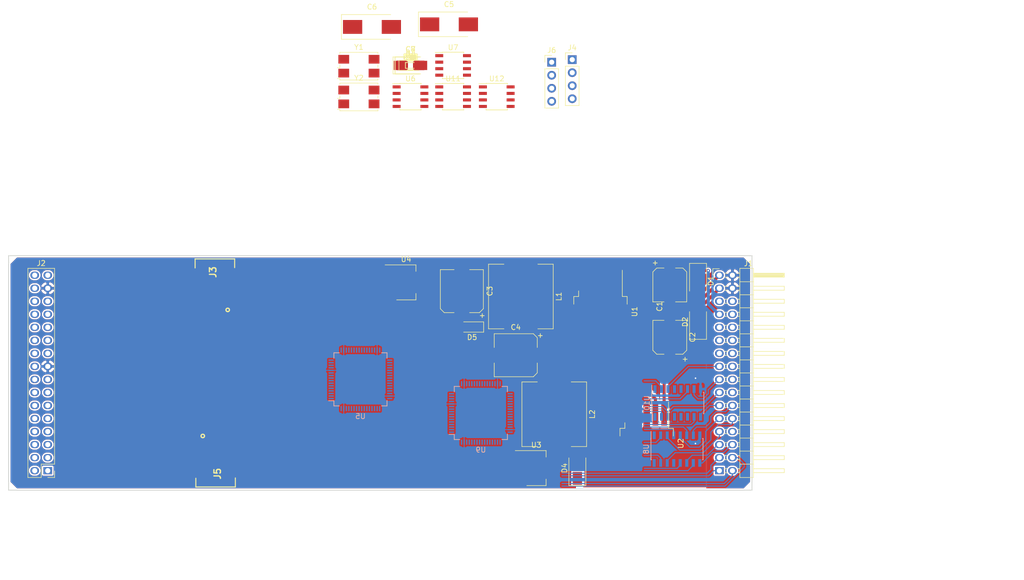
<source format=kicad_pcb>
(kicad_pcb (version 4) (host pcbnew 4.0.7-e2-6376~58~ubuntu16.04.1)
  (layers (0 F.Cu signal) (31 B.Cu signal) (34 B.Paste user hide) (35 F.Paste user hide) (36 B.SilkS user) (37 F.SilkS user) (38 B.Mask user) (39 F.Mask user) (44 Edge.Cuts user))
  (net 0 "")
  (net 1 /FUEL_TANK_in)
  (net 2 GND)
  (net 3 /power_supply/+12V_A)
  (net 4 /+5V_B)
  (net 5 /+5V_A)
  (net 6 /+3V3_A)
  (net 7 /+3V3_B)
  (net 8 "Net-(C21-Pad1)")
  (net 9 "Net-(C22-Pad1)")
  (net 10 "Net-(C23-Pad1)")
  (net 11 "Net-(C24-Pad1)")
  (net 12 "Net-(C25-Pad1)")
  (net 13 "Net-(C26-Pad1)")
  (net 14 "Net-(C28-Pad1)")
  (net 15 "Net-(C29-Pad1)")
  (net 16 /VBATT)
  (net 17 /IGN)
  (net 18 "Net-(D5-Pad1)")
  (net 19 "Net-(D6-Pad1)")
  (net 20 /HS_CAN_H)
  (net 21 /HS_CAN_L)
  (net 22 /OIL-pressure)
  (net 23 "/LAW_WASHER(fluid_level)")
  (net 24 /ILLUM)
  (net 25 /BELT_MINDER)
  (net 26 /ANTI-THEFT)
  (net 27 /PARKING_BRAKE)
  (net 28 /PAD-WEAR)
  (net 29 /FUEL_TANK_out2)
  (net 30 /MS_CAN_H)
  (net 31 /MS_CAN_L)
  (net 32 "/ENGINE(coolant_level)")
  (net 33 "/BRAKE(fluid_level)")
  (net 34 /TRIP_COMPUTER)
  (net 35 /FUEL_TANK_out1)
  (net 36 "Net-(J3-Pad2)")
  (net 37 "Net-(J3-Pad3)")
  (net 38 "Net-(J4-Pad2)")
  (net 39 "Net-(J4-Pad3)")
  (net 40 "Net-(J5-Pad2)")
  (net 41 "Net-(J5-Pad3)")
  (net 42 "Net-(J6-Pad2)")
  (net 43 "Net-(J6-Pad3)")
  (net 44 "/Module A (2can_filter)/USB_D+")
  (net 45 "/Module A (2can_filter)/USB_D-")
  (net 46 "/Module B (2can_filter+extra)/USB_D+")
  (net 47 "/Module B (2can_filter+extra)/USB_D-")
  (net 48 "Net-(R17-Pad2)")
  (net 49 "Net-(R18-Pad2)")
  (net 50 "Net-(U5-Pad57)")
  (net 51 "Net-(U5-Pad58)")
  (net 52 "Net-(U5-Pad61)")
  (net 53 "Net-(U5-Pad62)")
  (net 54 "/Module B (2can_filter+extra)/pad_wear")
  (net 55 "/Module B (2can_filter+extra)/oil_pressure_level")
  (net 56 "/Module B (2can_filter+extra)/parking_brakes")
  (net 57 "/Module B (2can_filter+extra)/brake_fluid_level")
  (net 58 "/Module B (2can_filter+extra)/belt")
  (net 59 "/Module B (2can_filter+extra)/washer")
  (net 60 "/Module B (2can_filter+extra)/trip_comp")
  (net 61 "/Module B (2can_filter+extra)/engine_coolant")
  (net 62 "/Module B (2can_filter+extra)/CAN2_RX")
  (net 63 "/Module B (2can_filter+extra)/CAN2_TX")
  (net 64 "/Module B (2can_filter+extra)/CAN1_RX")
  (net 65 "/Module B (2can_filter+extra)/CAN1_TX")
  (net 66 /power_supply/+5V_B_module)
  (net 67 /power_supply/+5V_A_module)
  (net 68 "Net-(J1-Pad10)")
  (net 69 "Net-(J1-Pad11)")
  (net 70 "Net-(J1-Pad14)")
  (net 71 /RR_FOG)
  (net 72 "Net-(J1-Pad23)")
  (net 73 /FR_FOG)
  (net 74 "Net-(J1-Pad25)")
  (net 75 "Net-(J1-Pad26)")
  (net 76 "Net-(J1-Pad28)")
  (net 77 "Net-(J1-Pad29)")
  (net 78 "Net-(J1-Pad30)")
  (net 79 "Net-(J2-Pad3)")
  (net 80 "Net-(J2-Pad2)")
  (net 81 "Net-(J2-Pad4)")
  (net 82 "Net-(J2-Pad6)")
  (net 83 "Net-(J2-Pad8)")
  (net 84 "Net-(J2-Pad10)")
  (net 85 "Net-(J2-Pad11)")
  (net 86 "Net-(J2-Pad13)")
  (net 87 "Net-(J2-Pad14)")
  (net 88 "Net-(J2-Pad16)")
  (net 89 "Net-(J2-Pad17)")
  (net 90 "Net-(J2-Pad18)")
  (net 91 "Net-(J2-Pad19)")
  (net 92 "Net-(J2-Pad20)")
  (net 93 "Net-(J2-Pad22)")
  (net 94 "Net-(J2-Pad24)")
  (net 95 "Net-(J2-Pad25)")
  (net 96 "Net-(J2-Pad26)")
  (net 97 "Net-(J2-Pad27)")
  (net 98 "/LIN_(contact_spiral)")
  (net 99 "Net-(J2-Pad29)")
  (net 100 "Net-(J2-Pad30)")
  (net 101 /ESCL)
  (net 102 "Net-(J2-Pad32)")
  (net 103 "Net-(J3-Pad4)")
  (net 104 "Net-(J5-Pad4)")
  (net 105 "/Module B (2can_filter+extra)/stm_adc_1")
  (net 106 "/Module B (2can_filter+extra)/stm_adc_2")
  (net 107 "Net-(U5-Pad2)")
  (net 108 "Net-(U5-Pad3)")
  (net 109 "Net-(U5-Pad4)")
  (net 110 "Net-(U5-Pad7)")
  (net 111 "Net-(U5-Pad8)")
  (net 112 "Net-(U5-Pad9)")
  (net 113 "Net-(U5-Pad10)")
  (net 114 "Net-(U5-Pad11)")
  (net 115 "Net-(U5-Pad14)")
  (net 116 "Net-(U5-Pad15)")
  (net 117 "Net-(U5-Pad16)")
  (net 118 "Net-(U5-Pad17)")
  (net 119 "Net-(U5-Pad20)")
  (net 120 "Net-(U5-Pad21)")
  (net 121 "Net-(U5-Pad22)")
  (net 122 "Net-(U5-Pad23)")
  (net 123 "Net-(U5-Pad24)")
  (net 124 "Net-(U5-Pad25)")
  (net 125 "Net-(U5-Pad26)")
  (net 126 "Net-(U5-Pad27)")
  (net 127 "Net-(U5-Pad28)")
  (net 128 "Net-(U5-Pad29)")
  (net 129 "Net-(U5-Pad30)")
  (net 130 "Net-(U5-Pad33)")
  (net 131 "Net-(U5-Pad34)")
  (net 132 "Net-(U5-Pad35)")
  (net 133 "Net-(U5-Pad36)")
  (net 134 "Net-(U5-Pad37)")
  (net 135 "Net-(U5-Pad38)")
  (net 136 "Net-(U5-Pad39)")
  (net 137 "Net-(U5-Pad40)")
  (net 138 "Net-(U5-Pad41)")
  (net 139 "Net-(U5-Pad43)")
  (net 140 "Net-(U5-Pad50)")
  (net 141 "Net-(U5-Pad51)")
  (net 142 "Net-(U5-Pad52)")
  (net 143 "Net-(U5-Pad53)")
  (net 144 "Net-(U5-Pad54)")
  (net 145 "Net-(U5-Pad55)")
  (net 146 "Net-(U5-Pad56)")
  (net 147 "Net-(U5-Pad59)")
  (net 148 "Net-(U5-Pad60)")
  (net 149 "Net-(U8-Pad13)")
  (net 150 "Net-(U8-Pad16)")
  (net 151 "Net-(U9-Pad2)")
  (net 152 "Net-(U9-Pad3)")
  (net 153 "Net-(U9-Pad4)")
  (net 154 "Net-(U9-Pad7)")
  (net 155 "Net-(U9-Pad8)")
  (net 156 "Net-(U9-Pad9)")
  (net 157 "Net-(U9-Pad10)")
  (net 158 "Net-(U9-Pad14)")
  (net 159 "Net-(U9-Pad16)")
  (net 160 "Net-(U9-Pad20)")
  (net 161 "Net-(U9-Pad25)")
  (net 162 "Net-(U9-Pad26)")
  (net 163 "Net-(U9-Pad27)")
  (net 164 "Net-(U9-Pad28)")
  (net 165 "/Module B (2can_filter+extra)/LIN_TXD")
  (net 166 "/Module B (2can_filter+extra)/LIN_RXD")
  (net 167 "/Module B (2can_filter+extra)/LIN_SLP")
  (net 168 "Net-(U9-Pad34)")
  (net 169 "Net-(U9-Pad35)")
  (net 170 "Net-(U9-Pad36)")
  (net 171 "Net-(U9-Pad41)")
  (net 172 "Net-(U9-Pad43)")
  (net 173 "Net-(U9-Pad50)")
  (net 174 "Net-(U9-Pad51)")
  (net 175 "Net-(U9-Pad53)")
  (net 176 "Net-(U9-Pad54)")
  (net 177 "Net-(U9-Pad55)")
  (net 178 "Net-(U9-Pad56)")
  (net 179 "Net-(U9-Pad59)")
  (net 180 "Net-(U9-Pad60)")
  (net 181 "Net-(U10-Pad13)")
  (net 182 "Net-(U10-Pad16)")
  (net 183 "Net-(U10-Pad11)")
  (net 184 "Net-(U10-Pad12)")
  (net 185 "/Module B (2can_filter+extra)/illum_stm")
  (net 186 "/Module B (2can_filter+extra)/anti-theft_stm")
  (net 187 "Net-(U10-Pad4)")
  (net 188 "Net-(U10-Pad5)")
  (module Capacitors_SMD:CP_Elec_6.3x7.7 (layer F.Cu) (at 191 90.8 270)
    (fp_text reference C1 (at 4.2 2 270) (layer F.SilkS))
    (fp_text value "100uF x 30V")
    (fp_text user + (at -4.28 2.91 270) (layer F.SilkS))
    (pad 1 smd rect (at -2.7 0 90) (size 3.5 1.6) (layers F.Cu F.Paste F.Mask) (net 1 /FUEL_TANK_in))
    (pad 2 smd rect (at 2.7 0 90) (size 3.5 1.6) (layers F.Cu F.Paste F.Mask) (net 2 GND))
  )
  (module Capacitors_SMD:CP_Elec_6.3x7.7 (layer F.Cu) (at 191 101 90)
    (fp_text reference C2 (at 0 4.43 90) (layer F.SilkS))
    (fp_text value "100uF x 30V")
    (fp_text user + (at -4.28 2.91 90) (layer F.SilkS))
    (pad 1 smd rect (at -2.7 0 270) (size 3.5 1.6) (layers F.Cu F.Paste F.Mask) (net 3 /power_supply/+12V_A))
    (pad 2 smd rect (at 2.7 0 270) (size 3.5 1.6) (layers F.Cu F.Paste F.Mask) (net 2 GND))
  )
  (module Capacitors_SMD:CP_Elec_8x10 (layer F.Cu) (at 150.5 92 90)
    (fp_text reference C3 (at 0 5.45 90) (layer F.SilkS))
    (fp_text value "330uF x 10V")
    (fp_text user + (at -4.78 3.9 90) (layer F.SilkS))
    (pad 1 smd rect (at -3.05 0 270) (size 4 2.5) (layers F.Cu F.Paste F.Mask) (net 66 /power_supply/+5V_B_module))
    (pad 2 smd rect (at 3.05 0 270) (size 4 2.5) (layers F.Cu F.Paste F.Mask) (net 2 GND))
  )
  (module Capacitors_SMD:CP_Elec_8x10 (layer F.Cu) (at 161 104.5 180)
    (fp_text reference C4 (at 0 5.45 180) (layer F.SilkS))
    (fp_text value "330uF x 10V")
    (fp_text user + (at -4.78 3.9 180) (layer F.SilkS))
    (pad 1 smd rect (at -3.05 0) (size 4 2.5) (layers F.Cu F.Paste F.Mask) (net 67 /power_supply/+5V_A_module))
    (pad 2 smd rect (at 3.05 0) (size 4 2.5) (layers F.Cu F.Paste F.Mask) (net 2 GND))
  )
  (module Capacitors_Tantalum_SMD:CP_Tantalum_Case-D_EIA-7343-31_Hand (layer F.Cu) (at 148 40)
    (fp_text reference C5 (at 0 -3.9) (layer F.SilkS))
    (fp_text value "100uF x 10V")
    (pad 1 smd rect (at -3.775 0) (size 3.75 2.7) (layers F.Cu F.Paste F.Mask) (net 5 /+5V_A))
    (pad 2 smd rect (at 3.775 0) (size 3.75 2.7) (layers F.Cu F.Paste F.Mask) (net 2 GND))
  )
  (module Capacitors_Tantalum_SMD:CP_Tantalum_Case-D_EIA-7343-31_Hand (layer F.Cu) (at 133 40.5)
    (fp_text reference C6 (at 0 -3.9) (layer F.SilkS))
    (fp_text value "100uF x 10V")
    (pad 1 smd rect (at -3.775 0) (size 3.75 2.7) (layers F.Cu F.Paste F.Mask) (net 4 /+5V_B))
    (pad 2 smd rect (at 3.775 0) (size 3.75 2.7) (layers F.Cu F.Paste F.Mask) (net 2 GND))
  )
  (module Capacitors_Tantalum_SMD:CP_Tantalum_Case-B_EIA-3528-21_Wave (layer F.Cu) (at 140.5011 48.0036)
    (fp_text reference C7 (at 0 -3.15) (layer F.SilkS))
    (fp_text value "10uF x 10V")
    (pad 1 smd rect (at -1.625 0) (size 2.15 1.8) (layers F.Cu F.Paste F.Mask) (net 6 /+3V3_A))
    (pad 2 smd rect (at 1.625 0) (size 2.15 1.8) (layers F.Cu F.Paste F.Mask) (net 2 GND))
  )
  (module Capacitors_Tantalum_SMD:CP_Tantalum_Case-B_EIA-3528-21_Wave (layer F.Cu) (at 140.5011 48.0036)
    (fp_text reference C8 (at 0 -3.15) (layer F.SilkS))
    (fp_text value "10uF x 10V")
    (pad 1 smd rect (at -1.625 0) (size 2.15 1.8) (layers F.Cu F.Paste F.Mask) (net 7 /+3V3_B))
    (pad 2 smd rect (at 1.625 0) (size 2.15 1.8) (layers F.Cu F.Paste F.Mask) (net 2 GND))
  )
  (module Capacitors_SMD:C_0805 (layer F.Cu) (at 140.5011 48.0036)
    (fp_text reference C9 (at 0 -1.5) (layer F.SilkS))
    (fp_text value 100nF)
    (pad 1 smd rect (at -1 0) (size 1 1.25) (layers F.Cu F.Paste F.Mask) (net 6 /+3V3_A))
    (pad 2 smd rect (at 1 0) (size 1 1.25) (layers F.Cu F.Paste F.Mask) (net 2 GND))
  )
  (module Capacitors_SMD:C_0805 (layer F.Cu) (at 140.5011 48.0036)
    (fp_text reference C10 (at 0 -1.5) (layer F.SilkS))
    (fp_text value 100nF)
    (pad 1 smd rect (at -1 0) (size 1 1.25) (layers F.Cu F.Paste F.Mask) (net 7 /+3V3_B))
    (pad 2 smd rect (at 1 0) (size 1 1.25) (layers F.Cu F.Paste F.Mask) (net 2 GND))
  )
  (module Capacitors_SMD:C_0805 (layer F.Cu) (at 140.5011 48.0036)
    (fp_text reference C11 (at 0 -1.5) (layer F.SilkS))
    (fp_text value 100nF)
    (pad 1 smd rect (at -1 0) (size 1 1.25) (layers F.Cu F.Paste F.Mask) (net 6 /+3V3_A))
    (pad 2 smd rect (at 1 0) (size 1 1.25) (layers F.Cu F.Paste F.Mask) (net 2 GND))
  )
  (module Capacitors_SMD:C_0805 (layer F.Cu) (at 140.5011 48.0036)
    (fp_text reference C12 (at 0 -1.5) (layer F.SilkS))
    (fp_text value 100nF)
    (pad 1 smd rect (at -1 0) (size 1 1.25) (layers F.Cu F.Paste F.Mask) (net 7 /+3V3_B))
    (pad 2 smd rect (at 1 0) (size 1 1.25) (layers F.Cu F.Paste F.Mask) (net 2 GND))
  )
  (module Capacitors_SMD:C_0805 (layer F.Cu) (at 140.5011 48.0036)
    (fp_text reference C13 (at 0 -1.5) (layer F.SilkS))
    (fp_text value 100nF)
    (pad 1 smd rect (at -1 0) (size 1 1.25) (layers F.Cu F.Paste F.Mask) (net 6 /+3V3_A))
    (pad 2 smd rect (at 1 0) (size 1 1.25) (layers F.Cu F.Paste F.Mask) (net 2 GND))
  )
  (module Capacitors_SMD:C_0805 (layer F.Cu) (at 140.5011 48.0036)
    (fp_text reference C14 (at 0 -1.5) (layer F.SilkS))
    (fp_text value 100nF)
    (pad 1 smd rect (at -1 0) (size 1 1.25) (layers F.Cu F.Paste F.Mask) (net 7 /+3V3_B))
    (pad 2 smd rect (at 1 0) (size 1 1.25) (layers F.Cu F.Paste F.Mask) (net 2 GND))
  )
  (module Capacitors_SMD:C_0805 (layer F.Cu) (at 140.5011 48.0036)
    (fp_text reference C15 (at 0 -1.5) (layer F.SilkS))
    (fp_text value 100nF)
    (pad 1 smd rect (at -1 0) (size 1 1.25) (layers F.Cu F.Paste F.Mask) (net 6 /+3V3_A))
    (pad 2 smd rect (at 1 0) (size 1 1.25) (layers F.Cu F.Paste F.Mask) (net 2 GND))
  )
  (module Capacitors_SMD:C_0805 (layer F.Cu) (at 140.5011 48.0036)
    (fp_text reference C16 (at 0 -1.5) (layer F.SilkS))
    (fp_text value 100nF)
    (pad 1 smd rect (at -1 0) (size 1 1.25) (layers F.Cu F.Paste F.Mask) (net 7 /+3V3_B))
    (pad 2 smd rect (at 1 0) (size 1 1.25) (layers F.Cu F.Paste F.Mask) (net 2 GND))
  )
  (module Capacitors_SMD:C_0805 (layer F.Cu) (at 140.5011 48.0036)
    (fp_text reference C17 (at 0 -1.5) (layer F.SilkS))
    (fp_text value 100nF)
    (pad 1 smd rect (at -1 0) (size 1 1.25) (layers F.Cu F.Paste F.Mask) (net 6 /+3V3_A))
    (pad 2 smd rect (at 1 0) (size 1 1.25) (layers F.Cu F.Paste F.Mask) (net 2 GND))
  )
  (module Capacitors_SMD:C_0805 (layer F.Cu) (at 140.5011 48.0036)
    (fp_text reference C18 (at 0 -1.5) (layer F.SilkS))
    (fp_text value 100nF)
    (pad 1 smd rect (at -1 0) (size 1 1.25) (layers F.Cu F.Paste F.Mask) (net 7 /+3V3_B))
    (pad 2 smd rect (at 1 0) (size 1 1.25) (layers F.Cu F.Paste F.Mask) (net 2 GND))
  )
  (module Capacitors_SMD:C_0805 (layer F.Cu) (at 140.5011 48.0036)
    (fp_text reference C19 (at 0 -1.5) (layer F.SilkS))
    (fp_text value 4.7uF)
    (pad 1 smd rect (at -1 0) (size 1 1.25) (layers F.Cu F.Paste F.Mask) (net 6 /+3V3_A))
    (pad 2 smd rect (at 1 0) (size 1 1.25) (layers F.Cu F.Paste F.Mask) (net 2 GND))
  )
  (module Capacitors_SMD:C_0805 (layer F.Cu) (at 140.5011 48.0036)
    (fp_text reference C20 (at 0 -1.5) (layer F.SilkS))
    (fp_text value 4.7uF)
    (pad 1 smd rect (at -1 0) (size 1 1.25) (layers F.Cu F.Paste F.Mask) (net 7 /+3V3_B))
    (pad 2 smd rect (at 1 0) (size 1 1.25) (layers F.Cu F.Paste F.Mask) (net 2 GND))
  )
  (module Capacitors_SMD:C_0805 (layer F.Cu) (at 140.5011 48.0036)
    (fp_text reference C21 (at 0 -1.5) (layer F.SilkS))
    (fp_text value 16pF)
    (pad 1 smd rect (at -1 0) (size 1 1.25) (layers F.Cu F.Paste F.Mask) (net 8 "Net-(C21-Pad1)"))
    (pad 2 smd rect (at 1 0) (size 1 1.25) (layers F.Cu F.Paste F.Mask) (net 2 GND))
  )
  (module Capacitors_SMD:C_0805 (layer F.Cu) (at 140.5011 48.0036)
    (fp_text reference C22 (at 0 -1.5) (layer F.SilkS))
    (fp_text value 16pF)
    (pad 1 smd rect (at -1 0) (size 1 1.25) (layers F.Cu F.Paste F.Mask) (net 9 "Net-(C22-Pad1)"))
    (pad 2 smd rect (at 1 0) (size 1 1.25) (layers F.Cu F.Paste F.Mask) (net 2 GND))
  )
  (module Capacitors_SMD:C_0805 (layer F.Cu) (at 140.5011 48.0036)
    (fp_text reference C23 (at 0 -1.5) (layer F.SilkS))
    (fp_text value 10pF)
    (pad 1 smd rect (at -1 0) (size 1 1.25) (layers F.Cu F.Paste F.Mask) (net 10 "Net-(C23-Pad1)"))
    (pad 2 smd rect (at 1 0) (size 1 1.25) (layers F.Cu F.Paste F.Mask) (net 2 GND))
  )
  (module Capacitors_SMD:C_0805 (layer F.Cu) (at 140.5011 48.0036)
    (fp_text reference C24 (at 0 -1.5) (layer F.SilkS))
    (fp_text value 10pF)
    (pad 1 smd rect (at -1 0) (size 1 1.25) (layers F.Cu F.Paste F.Mask) (net 11 "Net-(C24-Pad1)"))
    (pad 2 smd rect (at 1 0) (size 1 1.25) (layers F.Cu F.Paste F.Mask) (net 2 GND))
  )
  (module Capacitors_SMD:C_0805 (layer F.Cu) (at 140.5011 48.0036)
    (fp_text reference C25 (at 0 -1.5) (layer F.SilkS))
    (fp_text value 16pF)
    (pad 1 smd rect (at -1 0) (size 1 1.25) (layers F.Cu F.Paste F.Mask) (net 12 "Net-(C25-Pad1)"))
    (pad 2 smd rect (at 1 0) (size 1 1.25) (layers F.Cu F.Paste F.Mask) (net 2 GND))
  )
  (module Capacitors_SMD:C_0805 (layer F.Cu) (at 140.5011 48.0036)
    (fp_text reference C26 (at 0 -1.5) (layer F.SilkS))
    (fp_text value 16pF)
    (pad 1 smd rect (at -1 0) (size 1 1.25) (layers F.Cu F.Paste F.Mask) (net 13 "Net-(C26-Pad1)"))
    (pad 2 smd rect (at 1 0) (size 1 1.25) (layers F.Cu F.Paste F.Mask) (net 2 GND))
  )
  (module Capacitors_SMD:C_0805 (layer F.Cu) (at 140.5011 48.0036)
    (fp_text reference C28 (at 0 -1.5) (layer F.SilkS))
    (fp_text value 10pF)
    (pad 1 smd rect (at -1 0) (size 1 1.25) (layers F.Cu F.Paste F.Mask) (net 14 "Net-(C28-Pad1)"))
    (pad 2 smd rect (at 1 0) (size 1 1.25) (layers F.Cu F.Paste F.Mask) (net 2 GND))
  )
  (module Capacitors_SMD:C_0805 (layer F.Cu) (at 140.5011 48.0036)
    (fp_text reference C29 (at 0 -1.5) (layer F.SilkS))
    (fp_text value 10pF)
    (pad 1 smd rect (at -1 0) (size 1 1.25) (layers F.Cu F.Paste F.Mask) (net 15 "Net-(C29-Pad1)"))
    (pad 2 smd rect (at 1 0) (size 1 1.25) (layers F.Cu F.Paste F.Mask) (net 2 GND))
  )
  (module Diodes_SMD:D_SMA (layer F.Cu) (at 196.5 90 270)
    (fp_text reference D1 (at 0 -2.5 270) (layer F.SilkS))
    (fp_text value SS22A-SS210A-galaxy)
    (pad 1 smd rect (at -2 0 270) (size 2.5 1.8) (layers F.Cu F.Paste F.Mask) (net 1 /FUEL_TANK_in))
    (pad 2 smd rect (at 2 0 270) (size 2.5 1.8) (layers F.Cu F.Paste F.Mask) (net 16 /VBATT))
  )
  (module Diodes_SMD:D_SMA (layer F.Cu) (at 196.5 98 90)
    (fp_text reference D2 (at 0 -2.5 90) (layer F.SilkS))
    (fp_text value SS22A-SS210A-galaxy)
    (pad 1 smd rect (at -2 0 90) (size 2.5 1.8) (layers F.Cu F.Paste F.Mask) (net 3 /power_supply/+12V_A))
    (pad 2 smd rect (at 2 0 90) (size 2.5 1.8) (layers F.Cu F.Paste F.Mask) (net 17 /IGN))
  )
  (module Diodes_SMD:D_SMA (layer F.Cu) (at 140.5011 48.0036)
    (fp_text reference D3 (at 0 -2.5) (layer F.SilkS))
    (fp_text value SS22A-SS210A-galaxy)
    (pad 1 smd rect (at -2 0) (size 2.5 1.8) (layers F.Cu F.Paste F.Mask) (net 4 /+5V_B))
    (pad 2 smd rect (at 2 0) (size 2.5 1.8) (layers F.Cu F.Paste F.Mask) (net 66 /power_supply/+5V_B_module))
  )
  (module Diodes_SMD:D_SMA (layer F.Cu) (at 173 126.5 90)
    (fp_text reference D4 (at 0 -2.5 90) (layer F.SilkS))
    (fp_text value SS22A-SS210A-galaxy)
    (pad 1 smd rect (at -2 0 90) (size 2.5 1.8) (layers F.Cu F.Paste F.Mask) (net 5 /+5V_A))
    (pad 2 smd rect (at 2 0 90) (size 2.5 1.8) (layers F.Cu F.Paste F.Mask) (net 67 /power_supply/+5V_A_module))
  )
  (module Diodes_SMD:D_SOD-123 (layer F.Cu) (at 152.5 99 180)
    (fp_text reference D5 (at 0 -2 180) (layer F.SilkS))
    (fp_text value 1N5819)
    (pad 1 smd rect (at -1.65 0 180) (size 0.9 1.2) (layers F.Cu F.Paste F.Mask) (net 18 "Net-(D5-Pad1)"))
    (pad 2 smd rect (at 1.65 0 180) (size 0.9 1.2) (layers F.Cu F.Paste F.Mask) (net 2 GND))
  )
  (module Diodes_SMD:D_SOD-123 (layer F.Cu) (at 140.5011 48.0036)
    (fp_text reference D6 (at 0 -2) (layer F.SilkS))
    (fp_text value 1N5819)
    (pad 1 smd rect (at -1.65 0) (size 0.9 1.2) (layers F.Cu F.Paste F.Mask) (net 19 "Net-(D6-Pad1)"))
    (pad 2 smd rect (at 1.65 0) (size 0.9 1.2) (layers F.Cu F.Paste F.Mask) (net 2 GND))
  )
  (module Diodes_SMD:D_SC-80 (layer F.Cu) (at 140.5011 48.0036)
    (fp_text reference D7 (at 0 -1.4) (layer F.SilkS))
    (fp_text value PMLL4148L.115)
    (pad 2 smd rect (at 0.725 0) (size 0.35 0.35) (layers F.Cu F.Paste F.Mask) (net 6 /+3V3_A))
    (pad 1 smd rect (at -0.725 0) (size 0.35 0.35) (layers F.Cu F.Paste F.Mask) (net 6 /+3V3_A))
  )
  (module Diodes_SMD:D_SC-80 (layer F.Cu) (at 140.5011 48.0036)
    (fp_text reference D8 (at 0 -1.4) (layer F.SilkS))
    (fp_text value PMLL4148L.115)
    (pad 2 smd rect (at 0.725 0) (size 0.35 0.35) (layers F.Cu F.Paste F.Mask) (net 7 /+3V3_B))
    (pad 1 smd rect (at -0.725 0) (size 0.35 0.35) (layers F.Cu F.Paste F.Mask) (net 7 /+3V3_B))
  )
  (module Pin_Headers:Pin_Header_Straight_1x04_Pitch2.54mm (layer F.Cu) (at 172 46.88)
    (fp_text reference J4 (at 0 -2.33) (layer F.SilkS))
    (fp_text value NOT_FITTED_SWD_Conn_01x04_Male)
    (pad 1 thru_hole rect (at 0 0) (size 1.7 1.7) (drill 1) (layers *.Cu *.Mask) (net 2 GND))
    (pad 2 thru_hole oval (at 0 2.54) (size 1.7 1.7) (drill 1) (layers *.Cu *.Mask) (net 38 "Net-(J4-Pad2)"))
    (pad 3 thru_hole oval (at 0 5.08) (size 1.7 1.7) (drill 1) (layers *.Cu *.Mask) (net 39 "Net-(J4-Pad3)"))
    (pad 4 thru_hole oval (at 0 7.62) (size 1.7 1.7) (drill 1) (layers *.Cu *.Mask) (net 6 /+3V3_A))
  )
  (module Pin_Headers:Pin_Header_Straight_1x04_Pitch2.54mm (layer F.Cu) (at 168 47.38)
    (fp_text reference J6 (at 0 -2.33) (layer F.SilkS))
    (fp_text value NOT_FITTED_SWD_Conn_01x04_Male)
    (pad 1 thru_hole rect (at 0 0) (size 1.7 1.7) (drill 1) (layers *.Cu *.Mask) (net 2 GND))
    (pad 2 thru_hole oval (at 0 2.54) (size 1.7 1.7) (drill 1) (layers *.Cu *.Mask) (net 42 "Net-(J6-Pad2)"))
    (pad 3 thru_hole oval (at 0 5.08) (size 1.7 1.7) (drill 1) (layers *.Cu *.Mask) (net 43 "Net-(J6-Pad3)"))
    (pad 4 thru_hole oval (at 0 7.62) (size 1.7 1.7) (drill 1) (layers *.Cu *.Mask) (net 7 /+3V3_B))
  )
  (module Inductors_SMD:L_12x12mm_h8mm (layer F.Cu) (at 162 93.05 270)
    (fp_text reference L1 (at 0 -7.4 270) (layer F.SilkS))
    (fp_text value 330uH)
    (pad 1 smd rect (at -4.95 0 270) (size 2.9 5.4) (layers F.Cu F.Paste F.Mask) (net 18 "Net-(D5-Pad1)"))
    (pad 2 smd rect (at 4.95 0 270) (size 2.9 5.4) (layers F.Cu F.Paste F.Mask) (net 66 /power_supply/+5V_B_module))
  )
  (module Inductors_SMD:L_12x12mm_h8mm (layer F.Cu) (at 168.5 116 270)
    (fp_text reference L2 (at 0 -7.4 270) (layer F.SilkS))
    (fp_text value 330uH)
    (pad 1 smd rect (at -4.95 0 270) (size 2.9 5.4) (layers F.Cu F.Paste F.Mask) (net 19 "Net-(D6-Pad1)"))
    (pad 2 smd rect (at 4.95 0 270) (size 2.9 5.4) (layers F.Cu F.Paste F.Mask) (net 67 /power_supply/+5V_A_module))
  )
  (module Resistors_SMD:R_0805 (layer F.Cu) (at 140.5011 48.0036)
    (fp_text reference R1 (at 0 -1.65) (layer F.SilkS))
    (fp_text value 22)
    (pad 1 smd rect (at -0.95 0) (size 0.7 1.3) (layers F.Cu F.Paste F.Mask) (net 37 "Net-(J3-Pad3)"))
    (pad 2 smd rect (at 0.95 0) (size 0.7 1.3) (layers F.Cu F.Paste F.Mask) (net 44 "/Module A (2can_filter)/USB_D+"))
  )
  (module Resistors_SMD:R_0805 (layer F.Cu) (at 140.5011 48.0036)
    (fp_text reference R2 (at 0 -1.65) (layer F.SilkS))
    (fp_text value 22)
    (pad 1 smd rect (at -0.95 0) (size 0.7 1.3) (layers F.Cu F.Paste F.Mask) (net 36 "Net-(J3-Pad2)"))
    (pad 2 smd rect (at 0.95 0) (size 0.7 1.3) (layers F.Cu F.Paste F.Mask) (net 45 "/Module A (2can_filter)/USB_D-"))
  )
  (module Resistors_SMD:R_0805 (layer F.Cu) (at 140.5011 48.0036)
    (fp_text reference R5 (at 0 -1.65) (layer F.SilkS))
    (fp_text value 60)
    (pad 1 smd rect (at -0.95 0) (size 0.7 1.3) (layers F.Cu F.Paste F.Mask) (net 10 "Net-(C23-Pad1)"))
    (pad 2 smd rect (at 0.95 0) (size 0.7 1.3) (layers F.Cu F.Paste F.Mask) (net 20 /HS_CAN_H))
  )
  (module Resistors_SMD:R_0805 (layer F.Cu) (at 140.5011 48.0036)
    (fp_text reference R6 (at 0 -1.65) (layer F.SilkS))
    (fp_text value 60)
    (pad 1 smd rect (at -0.95 0) (size 0.7 1.3) (layers F.Cu F.Paste F.Mask) (net 10 "Net-(C23-Pad1)"))
    (pad 2 smd rect (at 0.95 0) (size 0.7 1.3) (layers F.Cu F.Paste F.Mask) (net 21 /HS_CAN_L))
  )
  (module Resistors_SMD:R_0805 (layer F.Cu) (at 140.5011 48.0036)
    (fp_text reference R7 (at 0 -1.65) (layer F.SilkS))
    (fp_text value 60)
    (pad 1 smd rect (at -0.95 0) (size 0.7 1.3) (layers F.Cu F.Paste F.Mask) (net 11 "Net-(C24-Pad1)"))
    (pad 2 smd rect (at 0.95 0) (size 0.7 1.3) (layers F.Cu F.Paste F.Mask) (net 30 /MS_CAN_H))
  )
  (module Resistors_SMD:R_0805 (layer F.Cu) (at 140.5011 48.0036)
    (fp_text reference R8 (at 0 -1.65) (layer F.SilkS))
    (fp_text value 60)
    (pad 1 smd rect (at -0.95 0) (size 0.7 1.3) (layers F.Cu F.Paste F.Mask) (net 11 "Net-(C24-Pad1)"))
    (pad 2 smd rect (at 0.95 0) (size 0.7 1.3) (layers F.Cu F.Paste F.Mask) (net 31 /MS_CAN_L))
  )
  (module Resistors_SMD:R_0805 (layer F.Cu) (at 140.5011 48.0036)
    (fp_text reference R9 (at 0 -1.65) (layer F.SilkS))
    (fp_text value 22)
    (pad 1 smd rect (at -0.95 0) (size 0.7 1.3) (layers F.Cu F.Paste F.Mask) (net 41 "Net-(J5-Pad3)"))
    (pad 2 smd rect (at 0.95 0) (size 0.7 1.3) (layers F.Cu F.Paste F.Mask) (net 46 "/Module B (2can_filter+extra)/USB_D+"))
  )
  (module Resistors_SMD:R_0805 (layer F.Cu) (at 140.5011 48.0036)
    (fp_text reference R10 (at 0 -1.65) (layer F.SilkS))
    (fp_text value 22)
    (pad 1 smd rect (at -0.95 0) (size 0.7 1.3) (layers F.Cu F.Paste F.Mask) (net 40 "Net-(J5-Pad2)"))
    (pad 2 smd rect (at 0.95 0) (size 0.7 1.3) (layers F.Cu F.Paste F.Mask) (net 47 "/Module B (2can_filter+extra)/USB_D-"))
  )
  (module Resistors_SMD:R_0805 (layer F.Cu) (at 140.5011 48.0036)
    (fp_text reference R11 (at 0 -1.65) (layer F.SilkS))
    (fp_text value 9k)
    (pad 1 smd rect (at -0.95 0) (size 0.7 1.3) (layers F.Cu F.Paste F.Mask) (net 105 "/Module B (2can_filter+extra)/stm_adc_1"))
    (pad 2 smd rect (at 0.95 0) (size 0.7 1.3) (layers F.Cu F.Paste F.Mask) (net 35 /FUEL_TANK_out1))
  )
  (module Resistors_SMD:R_0805 (layer F.Cu) (at 140.5011 48.0036)
    (fp_text reference R12 (at 0 -1.65) (layer F.SilkS))
    (fp_text value 9k)
    (pad 1 smd rect (at -0.95 0) (size 0.7 1.3) (layers F.Cu F.Paste F.Mask) (net 106 "/Module B (2can_filter+extra)/stm_adc_2"))
    (pad 2 smd rect (at 0.95 0) (size 0.7 1.3) (layers F.Cu F.Paste F.Mask) (net 29 /FUEL_TANK_out2))
  )
  (module Resistors_SMD:R_0805 (layer F.Cu) (at 140.5011 48.0036)
    (fp_text reference R13 (at 0 -1.65) (layer F.SilkS))
    (fp_text value 2.2k)
    (pad 1 smd rect (at -0.95 0) (size 0.7 1.3) (layers F.Cu F.Paste F.Mask) (net 2 GND))
    (pad 2 smd rect (at 0.95 0) (size 0.7 1.3) (layers F.Cu F.Paste F.Mask) (net 105 "/Module B (2can_filter+extra)/stm_adc_1"))
  )
  (module Resistors_SMD:R_0805 (layer F.Cu) (at 140.5011 48.0036)
    (fp_text reference R14 (at 0 -1.65) (layer F.SilkS))
    (fp_text value 2.2k)
    (pad 1 smd rect (at -0.95 0) (size 0.7 1.3) (layers F.Cu F.Paste F.Mask) (net 2 GND))
    (pad 2 smd rect (at 0.95 0) (size 0.7 1.3) (layers F.Cu F.Paste F.Mask) (net 106 "/Module B (2can_filter+extra)/stm_adc_2"))
  )
  (module Resistors_SMD:R_0805 (layer F.Cu) (at 140.5011 48.0036)
    (fp_text reference R17 (at 0 -1.65) (layer F.SilkS))
    (fp_text value 10k)
    (pad 1 smd rect (at -0.95 0) (size 0.7 1.3) (layers F.Cu F.Paste F.Mask) (net 2 GND))
    (pad 2 smd rect (at 0.95 0) (size 0.7 1.3) (layers F.Cu F.Paste F.Mask) (net 48 "Net-(R17-Pad2)"))
  )
  (module Resistors_SMD:R_0805 (layer F.Cu) (at 140.5011 48.0036)
    (fp_text reference R18 (at 0 -1.65) (layer F.SilkS))
    (fp_text value 10k)
    (pad 1 smd rect (at -0.95 0) (size 0.7 1.3) (layers F.Cu F.Paste F.Mask) (net 2 GND))
    (pad 2 smd rect (at 0.95 0) (size 0.7 1.3) (layers F.Cu F.Paste F.Mask) (net 49 "Net-(R18-Pad2)"))
  )
  (module Resistors_SMD:R_0805 (layer F.Cu) (at 140.5011 48.0036)
    (fp_text reference R20 (at 0 -1.65) (layer F.SilkS))
    (fp_text value 60)
    (pad 1 smd rect (at -0.95 0) (size 0.7 1.3) (layers F.Cu F.Paste F.Mask) (net 14 "Net-(C28-Pad1)"))
    (pad 2 smd rect (at 0.95 0) (size 0.7 1.3) (layers F.Cu F.Paste F.Mask) (net 20 /HS_CAN_H))
  )
  (module Resistors_SMD:R_0805 (layer F.Cu) (at 140.5011 48.0036)
    (fp_text reference R21 (at 0 -1.65) (layer F.SilkS))
    (fp_text value 60)
    (pad 1 smd rect (at -0.95 0) (size 0.7 1.3) (layers F.Cu F.Paste F.Mask) (net 14 "Net-(C28-Pad1)"))
    (pad 2 smd rect (at 0.95 0) (size 0.7 1.3) (layers F.Cu F.Paste F.Mask) (net 21 /HS_CAN_L))
  )
  (module Resistors_SMD:R_0805 (layer F.Cu) (at 140.5011 48.0036)
    (fp_text reference R22 (at 0 -1.65) (layer F.SilkS))
    (fp_text value 60)
    (pad 1 smd rect (at -0.95 0) (size 0.7 1.3) (layers F.Cu F.Paste F.Mask) (net 15 "Net-(C29-Pad1)"))
    (pad 2 smd rect (at 0.95 0) (size 0.7 1.3) (layers F.Cu F.Paste F.Mask) (net 30 /MS_CAN_H))
  )
  (module Resistors_SMD:R_0805 (layer F.Cu) (at 140.5011 48.0036)
    (fp_text reference R23 (at 0 -1.65) (layer F.SilkS))
    (fp_text value 60)
    (pad 1 smd rect (at -0.95 0) (size 0.7 1.3) (layers F.Cu F.Paste F.Mask) (net 15 "Net-(C29-Pad1)"))
    (pad 2 smd rect (at 0.95 0) (size 0.7 1.3) (layers F.Cu F.Paste F.Mask) (net 31 /MS_CAN_L))
  )
  (module TO_SOT_Packages_SMD:SOT-223-3_TabPin2 (layer F.Cu) (at 165 126.5)
    (fp_text reference U3 (at 0 -4.5) (layer F.SilkS))
    (fp_text value LD1117S33TR_SOT223)
    (pad 2 smd rect (at 3.15 0) (size 2 3.8) (layers F.Cu F.Paste F.Mask) (net 6 /+3V3_A))
    (pad 2 smd rect (at -3.15 0) (size 2 1.5) (layers F.Cu F.Paste F.Mask) (net 6 /+3V3_A))
    (pad 3 smd rect (at -3.15 2.3) (size 2 1.5) (layers F.Cu F.Paste F.Mask) (net 5 /+5V_A))
    (pad 1 smd rect (at -3.15 -2.3) (size 2 1.5) (layers F.Cu F.Paste F.Mask) (net 2 GND))
  )
  (module TO_SOT_Packages_SMD:SOT-223-3_TabPin2 (layer F.Cu) (at 139.65 90.3)
    (fp_text reference U4 (at 0 -4.5) (layer F.SilkS))
    (fp_text value LD1117S33TR_SOT223)
    (pad 2 smd rect (at 3.15 0) (size 2 3.8) (layers F.Cu F.Paste F.Mask) (net 7 /+3V3_B))
    (pad 2 smd rect (at -3.15 0) (size 2 1.5) (layers F.Cu F.Paste F.Mask) (net 7 /+3V3_B))
    (pad 3 smd rect (at -3.15 2.3) (size 2 1.5) (layers F.Cu F.Paste F.Mask) (net 4 /+5V_B))
    (pad 1 smd rect (at -3.15 -2.3) (size 2 1.5) (layers F.Cu F.Paste F.Mask) (net 2 GND))
  )
  (module Housings_SOIC:SOIC-8_3.9x4.9mm_Pitch1.27mm (layer F.Cu) (at 140.5011 54.095)
    (fp_text reference U6 (at 0 -3.5) (layer F.SilkS))
    (fp_text value TJA1040T)
    (pad 1 smd rect (at -2.7 -1.905) (size 1.55 0.6) (layers F.Cu F.Paste F.Mask) (net 51 "Net-(U5-Pad58)"))
    (pad 2 smd rect (at -2.7 -0.635) (size 1.55 0.6) (layers F.Cu F.Paste F.Mask) (net 2 GND))
    (pad 3 smd rect (at -2.7 0.635) (size 1.55 0.6) (layers F.Cu F.Paste F.Mask) (net 5 /+5V_A))
    (pad 4 smd rect (at -2.7 1.905) (size 1.55 0.6) (layers F.Cu F.Paste F.Mask) (net 50 "Net-(U5-Pad57)"))
    (pad 5 smd rect (at 2.7 1.905) (size 1.55 0.6) (layers F.Cu F.Paste F.Mask) (net 10 "Net-(C23-Pad1)"))
    (pad 6 smd rect (at 2.7 0.635) (size 1.55 0.6) (layers F.Cu F.Paste F.Mask) (net 21 /HS_CAN_L))
    (pad 7 smd rect (at 2.7 -0.635) (size 1.55 0.6) (layers F.Cu F.Paste F.Mask) (net 20 /HS_CAN_H))
    (pad 8 smd rect (at 2.7 -1.905) (size 1.55 0.6) (layers F.Cu F.Paste F.Mask) (net 2 GND))
  )
  (module Housings_SOIC:SOIC-8_3.9x4.9mm_Pitch1.27mm (layer F.Cu) (at 148.8 48.0036)
    (fp_text reference U7 (at 0 -3.5) (layer F.SilkS))
    (fp_text value TJA1040T)
    (pad 1 smd rect (at -2.7 -1.905) (size 1.55 0.6) (layers F.Cu F.Paste F.Mask) (net 53 "Net-(U5-Pad62)"))
    (pad 2 smd rect (at -2.7 -0.635) (size 1.55 0.6) (layers F.Cu F.Paste F.Mask) (net 2 GND))
    (pad 3 smd rect (at -2.7 0.635) (size 1.55 0.6) (layers F.Cu F.Paste F.Mask) (net 5 /+5V_A))
    (pad 4 smd rect (at -2.7 1.905) (size 1.55 0.6) (layers F.Cu F.Paste F.Mask) (net 52 "Net-(U5-Pad61)"))
    (pad 5 smd rect (at 2.7 1.905) (size 1.55 0.6) (layers F.Cu F.Paste F.Mask) (net 11 "Net-(C24-Pad1)"))
    (pad 6 smd rect (at 2.7 0.635) (size 1.55 0.6) (layers F.Cu F.Paste F.Mask) (net 31 /MS_CAN_L))
    (pad 7 smd rect (at 2.7 -0.635) (size 1.55 0.6) (layers F.Cu F.Paste F.Mask) (net 30 /MS_CAN_H))
    (pad 8 smd rect (at 2.7 -1.905) (size 1.55 0.6) (layers F.Cu F.Paste F.Mask) (net 2 GND))
  )
  (module Housings_SOIC:SOIC-16_3.9x9.9mm_Pitch1.27mm (layer B.Cu) (at 192.405 122.8 270)
    (fp_text reference U8 (at 0 6 270) (layer B.SilkS) (effects (justify mirror)))
    (fp_text value 74HC4050D)
    (pad 1 smd rect (at -2.7 4.445 270) (size 1.5 0.6) (layers B.Cu B.Paste B.Mask) (net 7 /+3V3_B))
    (pad 2 smd rect (at -2.7 3.175 270) (size 1.5 0.6) (layers B.Cu B.Paste B.Mask) (net 57 "/Module B (2can_filter+extra)/brake_fluid_level"))
    (pad 3 smd rect (at -2.7 1.905 270) (size 1.5 0.6) (layers B.Cu B.Paste B.Mask) (net 33 "/BRAKE(fluid_level)"))
    (pad 4 smd rect (at -2.7 0.635 270) (size 1.5 0.6) (layers B.Cu B.Paste B.Mask) (net 185 "/Module B (2can_filter+extra)/illum_stm"))
    (pad 5 smd rect (at -2.7 -0.635 270) (size 1.5 0.6) (layers B.Cu B.Paste B.Mask) (net 24 /ILLUM))
    (pad 6 smd rect (at -2.7 -1.905 270) (size 1.5 0.6) (layers B.Cu B.Paste B.Mask) (net 60 "/Module B (2can_filter+extra)/trip_comp"))
    (pad 7 smd rect (at -2.7 -3.175 270) (size 1.5 0.6) (layers B.Cu B.Paste B.Mask) (net 34 /TRIP_COMPUTER))
    (pad 8 smd rect (at -2.7 -4.445 270) (size 1.5 0.6) (layers B.Cu B.Paste B.Mask) (net 2 GND))
    (pad 9 smd rect (at 2.7 -4.445 270) (size 1.5 0.6) (layers B.Cu B.Paste B.Mask) (net 32 "/ENGINE(coolant_level)"))
    (pad 10 smd rect (at 2.7 -3.175 270) (size 1.5 0.6) (layers B.Cu B.Paste B.Mask) (net 61 "/Module B (2can_filter+extra)/engine_coolant"))
    (pad 11 smd rect (at 2.7 -1.905 270) (size 1.5 0.6) (layers B.Cu B.Paste B.Mask) (net 22 /OIL-pressure))
    (pad 12 smd rect (at 2.7 -0.635 270) (size 1.5 0.6) (layers B.Cu B.Paste B.Mask) (net 55 "/Module B (2can_filter+extra)/oil_pressure_level"))
    (pad 13 smd rect (at 2.7 0.635 270) (size 1.5 0.6) (layers B.Cu B.Paste B.Mask) (net 149 "Net-(U8-Pad13)"))
    (pad 14 smd rect (at 2.7 1.905 270) (size 1.5 0.6) (layers B.Cu B.Paste B.Mask) (net 23 "/LAW_WASHER(fluid_level)"))
    (pad 15 smd rect (at 2.7 3.175 270) (size 1.5 0.6) (layers B.Cu B.Paste B.Mask) (net 59 "/Module B (2can_filter+extra)/washer"))
    (pad 16 smd rect (at 2.7 4.445 270) (size 1.5 0.6) (layers B.Cu B.Paste B.Mask) (net 150 "Net-(U8-Pad16)"))
  )
  (module Housings_SOIC:SOIC-16_3.9x9.9mm_Pitch1.27mm (layer B.Cu) (at 192.555 113.8 270)
    (fp_text reference U10 (at 0 6 270) (layer B.SilkS) (effects (justify mirror)))
    (fp_text value 74HC4050D)
    (pad 1 smd rect (at -2.7 4.445 270) (size 1.5 0.6) (layers B.Cu B.Paste B.Mask) (net 7 /+3V3_B))
    (pad 2 smd rect (at -2.7 3.175 270) (size 1.5 0.6) (layers B.Cu B.Paste B.Mask) (net 54 "/Module B (2can_filter+extra)/pad_wear"))
    (pad 3 smd rect (at -2.7 1.905 270) (size 1.5 0.6) (layers B.Cu B.Paste B.Mask) (net 28 /PAD-WEAR))
    (pad 4 smd rect (at -2.7 0.635 270) (size 1.5 0.6) (layers B.Cu B.Paste B.Mask) (net 187 "Net-(U10-Pad4)"))
    (pad 5 smd rect (at -2.7 -0.635 270) (size 1.5 0.6) (layers B.Cu B.Paste B.Mask) (net 188 "Net-(U10-Pad5)"))
    (pad 6 smd rect (at -2.7 -1.905 270) (size 1.5 0.6) (layers B.Cu B.Paste B.Mask) (net 56 "/Module B (2can_filter+extra)/parking_brakes"))
    (pad 7 smd rect (at -2.7 -3.175 270) (size 1.5 0.6) (layers B.Cu B.Paste B.Mask) (net 27 /PARKING_BRAKE))
    (pad 8 smd rect (at -2.7 -4.445 270) (size 1.5 0.6) (layers B.Cu B.Paste B.Mask) (net 2 GND))
    (pad 9 smd rect (at 2.7 -4.445 270) (size 1.5 0.6) (layers B.Cu B.Paste B.Mask) (net 25 /BELT_MINDER))
    (pad 10 smd rect (at 2.7 -3.175 270) (size 1.5 0.6) (layers B.Cu B.Paste B.Mask) (net 58 "/Module B (2can_filter+extra)/belt"))
    (pad 11 smd rect (at 2.7 -1.905 270) (size 1.5 0.6) (layers B.Cu B.Paste B.Mask) (net 183 "Net-(U10-Pad11)"))
    (pad 12 smd rect (at 2.7 -0.635 270) (size 1.5 0.6) (layers B.Cu B.Paste B.Mask) (net 184 "Net-(U10-Pad12)"))
    (pad 13 smd rect (at 2.7 0.635 270) (size 1.5 0.6) (layers B.Cu B.Paste B.Mask) (net 181 "Net-(U10-Pad13)"))
    (pad 14 smd rect (at 2.7 1.905 270) (size 1.5 0.6) (layers B.Cu B.Paste B.Mask) (net 26 /ANTI-THEFT))
    (pad 15 smd rect (at 2.7 3.175 270) (size 1.5 0.6) (layers B.Cu B.Paste B.Mask) (net 186 "/Module B (2can_filter+extra)/anti-theft_stm"))
    (pad 16 smd rect (at 2.7 4.445 270) (size 1.5 0.6) (layers B.Cu B.Paste B.Mask) (net 182 "Net-(U10-Pad16)"))
  )
  (module Housings_SOIC:SOIC-8_3.9x4.9mm_Pitch1.27mm (layer F.Cu) (at 148.8 54.095)
    (fp_text reference U11 (at 0 -3.5) (layer F.SilkS))
    (fp_text value TJA1040T)
    (pad 1 smd rect (at -2.7 -1.905) (size 1.55 0.6) (layers F.Cu F.Paste F.Mask) (net 63 "/Module B (2can_filter+extra)/CAN2_TX"))
    (pad 2 smd rect (at -2.7 -0.635) (size 1.55 0.6) (layers F.Cu F.Paste F.Mask) (net 2 GND))
    (pad 3 smd rect (at -2.7 0.635) (size 1.55 0.6) (layers F.Cu F.Paste F.Mask) (net 4 /+5V_B))
    (pad 4 smd rect (at -2.7 1.905) (size 1.55 0.6) (layers F.Cu F.Paste F.Mask) (net 62 "/Module B (2can_filter+extra)/CAN2_RX"))
    (pad 5 smd rect (at 2.7 1.905) (size 1.55 0.6) (layers F.Cu F.Paste F.Mask) (net 14 "Net-(C28-Pad1)"))
    (pad 6 smd rect (at 2.7 0.635) (size 1.55 0.6) (layers F.Cu F.Paste F.Mask) (net 21 /HS_CAN_L))
    (pad 7 smd rect (at 2.7 -0.635) (size 1.55 0.6) (layers F.Cu F.Paste F.Mask) (net 20 /HS_CAN_H))
    (pad 8 smd rect (at 2.7 -1.905) (size 1.55 0.6) (layers F.Cu F.Paste F.Mask) (net 48 "Net-(R17-Pad2)"))
  )
  (module Housings_SOIC:SOIC-8_3.9x4.9mm_Pitch1.27mm (layer F.Cu) (at 157.3 54.095)
    (fp_text reference U12 (at 0 -3.5) (layer F.SilkS))
    (fp_text value TJA1040T)
    (pad 1 smd rect (at -2.7 -1.905) (size 1.55 0.6) (layers F.Cu F.Paste F.Mask) (net 65 "/Module B (2can_filter+extra)/CAN1_TX"))
    (pad 2 smd rect (at -2.7 -0.635) (size 1.55 0.6) (layers F.Cu F.Paste F.Mask) (net 2 GND))
    (pad 3 smd rect (at -2.7 0.635) (size 1.55 0.6) (layers F.Cu F.Paste F.Mask) (net 4 /+5V_B))
    (pad 4 smd rect (at -2.7 1.905) (size 1.55 0.6) (layers F.Cu F.Paste F.Mask) (net 64 "/Module B (2can_filter+extra)/CAN1_RX"))
    (pad 5 smd rect (at 2.7 1.905) (size 1.55 0.6) (layers F.Cu F.Paste F.Mask) (net 15 "Net-(C29-Pad1)"))
    (pad 6 smd rect (at 2.7 0.635) (size 1.55 0.6) (layers F.Cu F.Paste F.Mask) (net 31 /MS_CAN_L))
    (pad 7 smd rect (at 2.7 -0.635) (size 1.55 0.6) (layers F.Cu F.Paste F.Mask) (net 30 /MS_CAN_H))
    (pad 8 smd rect (at 2.7 -1.905) (size 1.55 0.6) (layers F.Cu F.Paste F.Mask) (net 49 "Net-(R18-Pad2)"))
  )
  (module Crystals:Crystal_SMD_7050-4pin_7.0x5.0mm (layer F.Cu) (at 130.45 48.15)
    (fp_text reference Y1 (at 0 -3.7) (layer F.SilkS))
    (fp_text value "Crystal KX-13 25MHz")
    (pad 1 smd rect (at -2.95 1.35) (size 2.1 1.7) (layers F.Cu F.Paste F.Mask) (net 8 "Net-(C21-Pad1)"))
    (pad 2 smd rect (at 2.95 1.35) (size 2.1 1.7) (layers F.Cu F.Paste F.Mask) (net 2 GND))
    (pad 3 smd rect (at 2.95 -1.35) (size 2.1 1.7) (layers F.Cu F.Paste F.Mask) (net 9 "Net-(C22-Pad1)"))
    (pad 4 smd rect (at -2.95 -1.35) (size 2.1 1.7) (layers F.Cu F.Paste F.Mask) (net 2 GND))
  )
  (module Crystals:Crystal_SMD_7050-4pin_7.0x5.0mm (layer F.Cu) (at 130.45 54.15)
    (fp_text reference Y2 (at 0 -3.7) (layer F.SilkS))
    (fp_text value "Crystal KX-13 25MHz")
    (pad 1 smd rect (at -2.95 1.35) (size 2.1 1.7) (layers F.Cu F.Paste F.Mask) (net 12 "Net-(C25-Pad1)"))
    (pad 2 smd rect (at 2.95 1.35) (size 2.1 1.7) (layers F.Cu F.Paste F.Mask) (net 2 GND))
    (pad 3 smd rect (at 2.95 -1.35) (size 2.1 1.7) (layers F.Cu F.Paste F.Mask) (net 13 "Net-(C26-Pad1)"))
    (pad 4 smd rect (at -2.95 -1.35) (size 2.1 1.7) (layers F.Cu F.Paste F.Mask) (net 2 GND))
  )
  (module zulljon:USB_mini_B (layer F.Cu) (at 98.55 85.73 270)
    (fp_text reference J3 (at 2.57 -3.481 270) (layer F.SilkS) (effects (font (size 1.27 1.27) (thickness 0.254))))
    (fp_text value "USB mini-B SMD" hide)
    (pad 1 smd rect (at 8.25 -5.45) (size 0.5 2.25) (layers F.Cu F.Paste F.Mask) (net 5 /+5V_A))
    (pad 2 smd rect (at 8.25 -4.65) (size 0.5 2.25) (layers F.Cu F.Paste F.Mask) (net 36 "Net-(J3-Pad2)"))
    (pad 3 smd rect (at 8.25 -3.85) (size 0.5 2.25) (layers F.Cu F.Paste F.Mask) (net 37 "Net-(J3-Pad3)"))
    (pad 4 smd rect (at 8.25 -3.05) (size 0.5 2.25) (layers F.Cu F.Paste F.Mask) (net 103 "Net-(J3-Pad4)"))
    (pad 5 smd rect (at 8.25 -2.25) (size 0.5 2.25) (layers F.Cu F.Paste F.Mask) (net 2 GND))
    (pad 6 smd rect (at 8.25 1.075) (size 2.05 3.5) (layers F.Cu F.Paste F.Mask) (net 2 GND))
    (pad 6 smd rect (at 4 1.075) (size 2.05 4) (layers F.Cu F.Paste F.Mask) (net 2 GND))
    (pad 6 smd rect (at 4 -8.775) (size 2.05 4) (layers F.Cu F.Paste F.Mask) (net 2 GND))
    (pad 6 smd rect (at 8.25 -8.775) (size 2.05 3.5) (layers F.Cu F.Paste F.Mask) (net 2 GND))
  )
  (module zulljon:USB_mini_B (layer F.Cu) (at 106.39 130.17 90)
    (fp_text reference J5 (at 2.57 -3.481 90) (layer F.SilkS) (effects (font (size 1.27 1.27) (thickness 0.254))))
    (fp_text value 54819-0572 hide)
    (pad 1 smd rect (at 8.25 -5.45 180) (size 0.5 2.25) (layers F.Cu F.Paste F.Mask) (net 4 /+5V_B))
    (pad 2 smd rect (at 8.25 -4.65 180) (size 0.5 2.25) (layers F.Cu F.Paste F.Mask) (net 40 "Net-(J5-Pad2)"))
    (pad 3 smd rect (at 8.25 -3.85 180) (size 0.5 2.25) (layers F.Cu F.Paste F.Mask) (net 41 "Net-(J5-Pad3)"))
    (pad 4 smd rect (at 8.25 -3.05 180) (size 0.5 2.25) (layers F.Cu F.Paste F.Mask) (net 104 "Net-(J5-Pad4)"))
    (pad 5 smd rect (at 8.25 -2.25 180) (size 0.5 2.25) (layers F.Cu F.Paste F.Mask) (net 2 GND))
    (pad 6 smd rect (at 8.25 1.075 180) (size 2.05 3.5) (layers F.Cu F.Paste F.Mask) (net 2 GND))
    (pad 6 smd rect (at 4 1.075 180) (size 2.05 4) (layers F.Cu F.Paste F.Mask) (net 2 GND))
    (pad 6 smd rect (at 4 -8.775 180) (size 2.05 4) (layers F.Cu F.Paste F.Mask) (net 2 GND))
    (pad 6 smd rect (at 8.25 -8.775 180) (size 2.05 3.5) (layers F.Cu F.Paste F.Mask) (net 2 GND))
  )
  (module Housings_QFP:LQFP-64_10x10mm_Pitch0.5mm (layer B.Cu) (at 130.75 109.2)
    (fp_text reference U5 (at 0 7.2) (layer B.SilkS) (effects (justify mirror)))
    (fp_text value STM32F105RBTx)
    (pad 1 smd rect (at -5.7 3.75) (size 1 0.25) (layers B.Cu B.Paste B.Mask) (net 6 /+3V3_A))
    (pad 2 smd rect (at -5.7 3.25) (size 1 0.25) (layers B.Cu B.Paste B.Mask) (net 107 "Net-(U5-Pad2)"))
    (pad 3 smd rect (at -5.7 2.75) (size 1 0.25) (layers B.Cu B.Paste B.Mask) (net 108 "Net-(U5-Pad3)"))
    (pad 4 smd rect (at -5.7 2.25) (size 1 0.25) (layers B.Cu B.Paste B.Mask) (net 109 "Net-(U5-Pad4)"))
    (pad 5 smd rect (at -5.7 1.75) (size 1 0.25) (layers B.Cu B.Paste B.Mask) (net 8 "Net-(C21-Pad1)"))
    (pad 6 smd rect (at -5.7 1.25) (size 1 0.25) (layers B.Cu B.Paste B.Mask) (net 9 "Net-(C22-Pad1)"))
    (pad 7 smd rect (at -5.7 0.75) (size 1 0.25) (layers B.Cu B.Paste B.Mask) (net 110 "Net-(U5-Pad7)"))
    (pad 8 smd rect (at -5.7 0.25) (size 1 0.25) (layers B.Cu B.Paste B.Mask) (net 111 "Net-(U5-Pad8)"))
    (pad 9 smd rect (at -5.7 -0.25) (size 1 0.25) (layers B.Cu B.Paste B.Mask) (net 112 "Net-(U5-Pad9)"))
    (pad 10 smd rect (at -5.7 -0.75) (size 1 0.25) (layers B.Cu B.Paste B.Mask) (net 113 "Net-(U5-Pad10)"))
    (pad 11 smd rect (at -5.7 -1.25) (size 1 0.25) (layers B.Cu B.Paste B.Mask) (net 114 "Net-(U5-Pad11)"))
    (pad 12 smd rect (at -5.7 -1.75) (size 1 0.25) (layers B.Cu B.Paste B.Mask) (net 2 GND))
    (pad 13 smd rect (at -5.7 -2.25) (size 1 0.25) (layers B.Cu B.Paste B.Mask) (net 6 /+3V3_A))
    (pad 14 smd rect (at -5.7 -2.75) (size 1 0.25) (layers B.Cu B.Paste B.Mask) (net 115 "Net-(U5-Pad14)"))
    (pad 15 smd rect (at -5.7 -3.25) (size 1 0.25) (layers B.Cu B.Paste B.Mask) (net 116 "Net-(U5-Pad15)"))
    (pad 16 smd rect (at -5.7 -3.75) (size 1 0.25) (layers B.Cu B.Paste B.Mask) (net 117 "Net-(U5-Pad16)"))
    (pad 17 smd rect (at -3.75 -5.7 270) (size 1 0.25) (layers B.Cu B.Paste B.Mask) (net 118 "Net-(U5-Pad17)"))
    (pad 18 smd rect (at -3.25 -5.7 270) (size 1 0.25) (layers B.Cu B.Paste B.Mask) (net 2 GND))
    (pad 19 smd rect (at -2.75 -5.7 270) (size 1 0.25) (layers B.Cu B.Paste B.Mask) (net 6 /+3V3_A))
    (pad 20 smd rect (at -2.25 -5.7 270) (size 1 0.25) (layers B.Cu B.Paste B.Mask) (net 119 "Net-(U5-Pad20)"))
    (pad 21 smd rect (at -1.75 -5.7 270) (size 1 0.25) (layers B.Cu B.Paste B.Mask) (net 120 "Net-(U5-Pad21)"))
    (pad 22 smd rect (at -1.25 -5.7 270) (size 1 0.25) (layers B.Cu B.Paste B.Mask) (net 121 "Net-(U5-Pad22)"))
    (pad 23 smd rect (at -0.75 -5.7 270) (size 1 0.25) (layers B.Cu B.Paste B.Mask) (net 122 "Net-(U5-Pad23)"))
    (pad 24 smd rect (at -0.25 -5.7 270) (size 1 0.25) (layers B.Cu B.Paste B.Mask) (net 123 "Net-(U5-Pad24)"))
    (pad 25 smd rect (at 0.25 -5.7 270) (size 1 0.25) (layers B.Cu B.Paste B.Mask) (net 124 "Net-(U5-Pad25)"))
    (pad 26 smd rect (at 0.75 -5.7 270) (size 1 0.25) (layers B.Cu B.Paste B.Mask) (net 125 "Net-(U5-Pad26)"))
    (pad 27 smd rect (at 1.25 -5.7 270) (size 1 0.25) (layers B.Cu B.Paste B.Mask) (net 126 "Net-(U5-Pad27)"))
    (pad 28 smd rect (at 1.75 -5.7 270) (size 1 0.25) (layers B.Cu B.Paste B.Mask) (net 127 "Net-(U5-Pad28)"))
    (pad 29 smd rect (at 2.25 -5.7 270) (size 1 0.25) (layers B.Cu B.Paste B.Mask) (net 128 "Net-(U5-Pad29)"))
    (pad 30 smd rect (at 2.75 -5.7 270) (size 1 0.25) (layers B.Cu B.Paste B.Mask) (net 129 "Net-(U5-Pad30)"))
    (pad 31 smd rect (at 3.25 -5.7 270) (size 1 0.25) (layers B.Cu B.Paste B.Mask) (net 2 GND))
    (pad 32 smd rect (at 3.75 -5.7 270) (size 1 0.25) (layers B.Cu B.Paste B.Mask) (net 6 /+3V3_A))
    (pad 33 smd rect (at 5.7 -3.75) (size 1 0.25) (layers B.Cu B.Paste B.Mask) (net 130 "Net-(U5-Pad33)"))
    (pad 34 smd rect (at 5.7 -3.25) (size 1 0.25) (layers B.Cu B.Paste B.Mask) (net 131 "Net-(U5-Pad34)"))
    (pad 35 smd rect (at 5.7 -2.75) (size 1 0.25) (layers B.Cu B.Paste B.Mask) (net 132 "Net-(U5-Pad35)"))
    (pad 36 smd rect (at 5.7 -2.25) (size 1 0.25) (layers B.Cu B.Paste B.Mask) (net 133 "Net-(U5-Pad36)"))
    (pad 37 smd rect (at 5.7 -1.75) (size 1 0.25) (layers B.Cu B.Paste B.Mask) (net 134 "Net-(U5-Pad37)"))
    (pad 38 smd rect (at 5.7 -1.25) (size 1 0.25) (layers B.Cu B.Paste B.Mask) (net 135 "Net-(U5-Pad38)"))
    (pad 39 smd rect (at 5.7 -0.75) (size 1 0.25) (layers B.Cu B.Paste B.Mask) (net 136 "Net-(U5-Pad39)"))
    (pad 40 smd rect (at 5.7 -0.25) (size 1 0.25) (layers B.Cu B.Paste B.Mask) (net 137 "Net-(U5-Pad40)"))
    (pad 41 smd rect (at 5.7 0.25) (size 1 0.25) (layers B.Cu B.Paste B.Mask) (net 138 "Net-(U5-Pad41)"))
    (pad 42 smd rect (at 5.7 0.75) (size 1 0.25) (layers B.Cu B.Paste B.Mask) (net 5 /+5V_A))
    (pad 43 smd rect (at 5.7 1.25) (size 1 0.25) (layers B.Cu B.Paste B.Mask) (net 139 "Net-(U5-Pad43)"))
    (pad 44 smd rect (at 5.7 1.75) (size 1 0.25) (layers B.Cu B.Paste B.Mask) (net 44 "/Module A (2can_filter)/USB_D+"))
    (pad 45 smd rect (at 5.7 2.25) (size 1 0.25) (layers B.Cu B.Paste B.Mask) (net 45 "/Module A (2can_filter)/USB_D-"))
    (pad 46 smd rect (at 5.7 2.75) (size 1 0.25) (layers B.Cu B.Paste B.Mask) (net 39 "Net-(J4-Pad3)"))
    (pad 47 smd rect (at 5.7 3.25) (size 1 0.25) (layers B.Cu B.Paste B.Mask) (net 2 GND))
    (pad 48 smd rect (at 5.7 3.75) (size 1 0.25) (layers B.Cu B.Paste B.Mask) (net 6 /+3V3_A))
    (pad 49 smd rect (at 3.75 5.7 270) (size 1 0.25) (layers B.Cu B.Paste B.Mask) (net 38 "Net-(J4-Pad2)"))
    (pad 50 smd rect (at 3.25 5.7 270) (size 1 0.25) (layers B.Cu B.Paste B.Mask) (net 140 "Net-(U5-Pad50)"))
    (pad 51 smd rect (at 2.75 5.7 270) (size 1 0.25) (layers B.Cu B.Paste B.Mask) (net 141 "Net-(U5-Pad51)"))
    (pad 52 smd rect (at 2.25 5.7 270) (size 1 0.25) (layers B.Cu B.Paste B.Mask) (net 142 "Net-(U5-Pad52)"))
    (pad 53 smd rect (at 1.75 5.7 270) (size 1 0.25) (layers B.Cu B.Paste B.Mask) (net 143 "Net-(U5-Pad53)"))
    (pad 54 smd rect (at 1.25 5.7 270) (size 1 0.25) (layers B.Cu B.Paste B.Mask) (net 144 "Net-(U5-Pad54)"))
    (pad 55 smd rect (at 0.75 5.7 270) (size 1 0.25) (layers B.Cu B.Paste B.Mask) (net 145 "Net-(U5-Pad55)"))
    (pad 56 smd rect (at 0.25 5.7 270) (size 1 0.25) (layers B.Cu B.Paste B.Mask) (net 146 "Net-(U5-Pad56)"))
    (pad 57 smd rect (at -0.25 5.7 270) (size 1 0.25) (layers B.Cu B.Paste B.Mask) (net 50 "Net-(U5-Pad57)"))
    (pad 58 smd rect (at -0.75 5.7 270) (size 1 0.25) (layers B.Cu B.Paste B.Mask) (net 51 "Net-(U5-Pad58)"))
    (pad 59 smd rect (at -1.25 5.7 270) (size 1 0.25) (layers B.Cu B.Paste B.Mask) (net 147 "Net-(U5-Pad59)"))
    (pad 60 smd rect (at -1.75 5.7 270) (size 1 0.25) (layers B.Cu B.Paste B.Mask) (net 148 "Net-(U5-Pad60)"))
    (pad 61 smd rect (at -2.25 5.7 270) (size 1 0.25) (layers B.Cu B.Paste B.Mask) (net 52 "Net-(U5-Pad61)"))
    (pad 62 smd rect (at -2.75 5.7 270) (size 1 0.25) (layers B.Cu B.Paste B.Mask) (net 53 "Net-(U5-Pad62)"))
    (pad 63 smd rect (at -3.25 5.7 270) (size 1 0.25) (layers B.Cu B.Paste B.Mask) (net 2 GND))
    (pad 64 smd rect (at -3.75 5.7 270) (size 1 0.25) (layers B.Cu B.Paste B.Mask) (net 6 /+3V3_A))
  )
  (module Housings_QFP:LQFP-64_10x10mm_Pitch0.5mm (layer B.Cu) (at 154.2 115.75)
    (fp_text reference U9 (at 0 7.2) (layer B.SilkS) (effects (justify mirror)))
    (fp_text value STM32F105RBTx)
    (pad 1 smd rect (at -5.7 3.75) (size 1 0.25) (layers B.Cu B.Paste B.Mask) (net 7 /+3V3_B))
    (pad 2 smd rect (at -5.7 3.25) (size 1 0.25) (layers B.Cu B.Paste B.Mask) (net 151 "Net-(U9-Pad2)"))
    (pad 3 smd rect (at -5.7 2.75) (size 1 0.25) (layers B.Cu B.Paste B.Mask) (net 152 "Net-(U9-Pad3)"))
    (pad 4 smd rect (at -5.7 2.25) (size 1 0.25) (layers B.Cu B.Paste B.Mask) (net 153 "Net-(U9-Pad4)"))
    (pad 5 smd rect (at -5.7 1.75) (size 1 0.25) (layers B.Cu B.Paste B.Mask) (net 12 "Net-(C25-Pad1)"))
    (pad 6 smd rect (at -5.7 1.25) (size 1 0.25) (layers B.Cu B.Paste B.Mask) (net 13 "Net-(C26-Pad1)"))
    (pad 7 smd rect (at -5.7 0.75) (size 1 0.25) (layers B.Cu B.Paste B.Mask) (net 154 "Net-(U9-Pad7)"))
    (pad 8 smd rect (at -5.7 0.25) (size 1 0.25) (layers B.Cu B.Paste B.Mask) (net 155 "Net-(U9-Pad8)"))
    (pad 9 smd rect (at -5.7 -0.25) (size 1 0.25) (layers B.Cu B.Paste B.Mask) (net 156 "Net-(U9-Pad9)"))
    (pad 10 smd rect (at -5.7 -0.75) (size 1 0.25) (layers B.Cu B.Paste B.Mask) (net 157 "Net-(U9-Pad10)"))
    (pad 11 smd rect (at -5.7 -1.25) (size 1 0.25) (layers B.Cu B.Paste B.Mask) (net 106 "/Module B (2can_filter+extra)/stm_adc_2"))
    (pad 12 smd rect (at -5.7 -1.75) (size 1 0.25) (layers B.Cu B.Paste B.Mask) (net 2 GND))
    (pad 13 smd rect (at -5.7 -2.25) (size 1 0.25) (layers B.Cu B.Paste B.Mask) (net 7 /+3V3_B))
    (pad 14 smd rect (at -5.7 -2.75) (size 1 0.25) (layers B.Cu B.Paste B.Mask) (net 158 "Net-(U9-Pad14)"))
    (pad 15 smd rect (at -5.7 -3.25) (size 1 0.25) (layers B.Cu B.Paste B.Mask) (net 105 "/Module B (2can_filter+extra)/stm_adc_1"))
    (pad 16 smd rect (at -5.7 -3.75) (size 1 0.25) (layers B.Cu B.Paste B.Mask) (net 159 "Net-(U9-Pad16)"))
    (pad 17 smd rect (at -3.75 -5.7 270) (size 1 0.25) (layers B.Cu B.Paste B.Mask) (net 59 "/Module B (2can_filter+extra)/washer"))
    (pad 18 smd rect (at -3.25 -5.7 270) (size 1 0.25) (layers B.Cu B.Paste B.Mask) (net 2 GND))
    (pad 19 smd rect (at -2.75 -5.7 270) (size 1 0.25) (layers B.Cu B.Paste B.Mask) (net 7 /+3V3_B))
    (pad 20 smd rect (at -2.25 -5.7 270) (size 1 0.25) (layers B.Cu B.Paste B.Mask) (net 160 "Net-(U9-Pad20)"))
    (pad 21 smd rect (at -1.75 -5.7 270) (size 1 0.25) (layers B.Cu B.Paste B.Mask) (net 55 "/Module B (2can_filter+extra)/oil_pressure_level"))
    (pad 22 smd rect (at -1.25 -5.7 270) (size 1 0.25) (layers B.Cu B.Paste B.Mask) (net 60 "/Module B (2can_filter+extra)/trip_comp"))
    (pad 23 smd rect (at -0.75 -5.7 270) (size 1 0.25) (layers B.Cu B.Paste B.Mask) (net 57 "/Module B (2can_filter+extra)/brake_fluid_level"))
    (pad 24 smd rect (at -0.25 -5.7 270) (size 1 0.25) (layers B.Cu B.Paste B.Mask) (net 61 "/Module B (2can_filter+extra)/engine_coolant"))
    (pad 25 smd rect (at 0.25 -5.7 270) (size 1 0.25) (layers B.Cu B.Paste B.Mask) (net 161 "Net-(U9-Pad25)"))
    (pad 26 smd rect (at 0.75 -5.7 270) (size 1 0.25) (layers B.Cu B.Paste B.Mask) (net 162 "Net-(U9-Pad26)"))
    (pad 27 smd rect (at 1.25 -5.7 270) (size 1 0.25) (layers B.Cu B.Paste B.Mask) (net 163 "Net-(U9-Pad27)"))
    (pad 28 smd rect (at 1.75 -5.7 270) (size 1 0.25) (layers B.Cu B.Paste B.Mask) (net 164 "Net-(U9-Pad28)"))
    (pad 29 smd rect (at 2.25 -5.7 270) (size 1 0.25) (layers B.Cu B.Paste B.Mask) (net 165 "/Module B (2can_filter+extra)/LIN_TXD"))
    (pad 30 smd rect (at 2.75 -5.7 270) (size 1 0.25) (layers B.Cu B.Paste B.Mask) (net 166 "/Module B (2can_filter+extra)/LIN_RXD"))
    (pad 31 smd rect (at 3.25 -5.7 270) (size 1 0.25) (layers B.Cu B.Paste B.Mask) (net 2 GND))
    (pad 32 smd rect (at 3.75 -5.7 270) (size 1 0.25) (layers B.Cu B.Paste B.Mask) (net 7 /+3V3_B))
    (pad 33 smd rect (at 5.7 -3.75) (size 1 0.25) (layers B.Cu B.Paste B.Mask) (net 167 "/Module B (2can_filter+extra)/LIN_SLP"))
    (pad 34 smd rect (at 5.7 -3.25) (size 1 0.25) (layers B.Cu B.Paste B.Mask) (net 168 "Net-(U9-Pad34)"))
    (pad 35 smd rect (at 5.7 -2.75) (size 1 0.25) (layers B.Cu B.Paste B.Mask) (net 169 "Net-(U9-Pad35)"))
    (pad 36 smd rect (at 5.7 -2.25) (size 1 0.25) (layers B.Cu B.Paste B.Mask) (net 170 "Net-(U9-Pad36)"))
    (pad 37 smd rect (at 5.7 -1.75) (size 1 0.25) (layers B.Cu B.Paste B.Mask) (net 54 "/Module B (2can_filter+extra)/pad_wear"))
    (pad 38 smd rect (at 5.7 -1.25) (size 1 0.25) (layers B.Cu B.Paste B.Mask) (net 58 "/Module B (2can_filter+extra)/belt"))
    (pad 39 smd rect (at 5.7 -0.75) (size 1 0.25) (layers B.Cu B.Paste B.Mask) (net 186 "/Module B (2can_filter+extra)/anti-theft_stm"))
    (pad 40 smd rect (at 5.7 -0.25) (size 1 0.25) (layers B.Cu B.Paste B.Mask) (net 185 "/Module B (2can_filter+extra)/illum_stm"))
    (pad 41 smd rect (at 5.7 0.25) (size 1 0.25) (layers B.Cu B.Paste B.Mask) (net 171 "Net-(U9-Pad41)"))
    (pad 42 smd rect (at 5.7 0.75) (size 1 0.25) (layers B.Cu B.Paste B.Mask) (net 4 /+5V_B))
    (pad 43 smd rect (at 5.7 1.25) (size 1 0.25) (layers B.Cu B.Paste B.Mask) (net 172 "Net-(U9-Pad43)"))
    (pad 44 smd rect (at 5.7 1.75) (size 1 0.25) (layers B.Cu B.Paste B.Mask) (net 46 "/Module B (2can_filter+extra)/USB_D+"))
    (pad 45 smd rect (at 5.7 2.25) (size 1 0.25) (layers B.Cu B.Paste B.Mask) (net 47 "/Module B (2can_filter+extra)/USB_D-"))
    (pad 46 smd rect (at 5.7 2.75) (size 1 0.25) (layers B.Cu B.Paste B.Mask) (net 43 "Net-(J6-Pad3)"))
    (pad 47 smd rect (at 5.7 3.25) (size 1 0.25) (layers B.Cu B.Paste B.Mask) (net 2 GND))
    (pad 48 smd rect (at 5.7 3.75) (size 1 0.25) (layers B.Cu B.Paste B.Mask) (net 7 /+3V3_B))
    (pad 49 smd rect (at 3.75 5.7 270) (size 1 0.25) (layers B.Cu B.Paste B.Mask) (net 42 "Net-(J6-Pad2)"))
    (pad 50 smd rect (at 3.25 5.7 270) (size 1 0.25) (layers B.Cu B.Paste B.Mask) (net 173 "Net-(U9-Pad50)"))
    (pad 51 smd rect (at 2.75 5.7 270) (size 1 0.25) (layers B.Cu B.Paste B.Mask) (net 174 "Net-(U9-Pad51)"))
    (pad 52 smd rect (at 2.25 5.7 270) (size 1 0.25) (layers B.Cu B.Paste B.Mask) (net 56 "/Module B (2can_filter+extra)/parking_brakes"))
    (pad 53 smd rect (at 1.75 5.7 270) (size 1 0.25) (layers B.Cu B.Paste B.Mask) (net 175 "Net-(U9-Pad53)"))
    (pad 54 smd rect (at 1.25 5.7 270) (size 1 0.25) (layers B.Cu B.Paste B.Mask) (net 176 "Net-(U9-Pad54)"))
    (pad 55 smd rect (at 0.75 5.7 270) (size 1 0.25) (layers B.Cu B.Paste B.Mask) (net 177 "Net-(U9-Pad55)"))
    (pad 56 smd rect (at 0.25 5.7 270) (size 1 0.25) (layers B.Cu B.Paste B.Mask) (net 178 "Net-(U9-Pad56)"))
    (pad 57 smd rect (at -0.25 5.7 270) (size 1 0.25) (layers B.Cu B.Paste B.Mask) (net 62 "/Module B (2can_filter+extra)/CAN2_RX"))
    (pad 58 smd rect (at -0.75 5.7 270) (size 1 0.25) (layers B.Cu B.Paste B.Mask) (net 63 "/Module B (2can_filter+extra)/CAN2_TX"))
    (pad 59 smd rect (at -1.25 5.7 270) (size 1 0.25) (layers B.Cu B.Paste B.Mask) (net 179 "Net-(U9-Pad59)"))
    (pad 60 smd rect (at -1.75 5.7 270) (size 1 0.25) (layers B.Cu B.Paste B.Mask) (net 180 "Net-(U9-Pad60)"))
    (pad 61 smd rect (at -2.25 5.7 270) (size 1 0.25) (layers B.Cu B.Paste B.Mask) (net 64 "/Module B (2can_filter+extra)/CAN1_RX"))
    (pad 62 smd rect (at -2.75 5.7 270) (size 1 0.25) (layers B.Cu B.Paste B.Mask) (net 65 "/Module B (2can_filter+extra)/CAN1_TX"))
    (pad 63 smd rect (at -3.25 5.7 270) (size 1 0.25) (layers B.Cu B.Paste B.Mask) (net 2 GND))
    (pad 64 smd rect (at -3.75 5.7 270) (size 1 0.25) (layers B.Cu B.Paste B.Mask) (net 7 /+3V3_B))
  )
  (module TO_SOT_Packages_SMD:TO-263-5_TabPin6 (layer F.Cu) (at 177.5 96 270)
    (fp_text reference U1 (at 0 -6.65 270) (layer F.SilkS))
    (fp_text value LM2575S-5.0_NOPB)
    (pad 1 smd rect (at -5.775 -3.4 270) (size 4.6 1.1) (layers F.Cu F.Paste F.Mask) (net 1 /FUEL_TANK_in))
    (pad 2 smd rect (at -5.775 -1.7 270) (size 4.6 1.1) (layers F.Cu F.Paste F.Mask) (net 18 "Net-(D5-Pad1)"))
    (pad 3 smd rect (at -5.775 0 270) (size 4.6 1.1) (layers F.Cu F.Paste F.Mask) (net 2 GND))
    (pad 4 smd rect (at -5.775 1.7 270) (size 4.6 1.1) (layers F.Cu F.Paste F.Mask) (net 66 /power_supply/+5V_B_module))
    (pad 5 smd rect (at -5.775 3.4 270) (size 4.6 1.1) (layers F.Cu F.Paste F.Mask) (net 2 GND))
    (pad 6 smd rect (at 3.375 0 270) (size 9.4 10.8) (layers F.Cu F.Mask) (net 2 GND))
    (pad 6 smd rect (at 5.8 2.775 270) (size 4.55 5.25) (layers F.Cu F.Paste) (net 2 GND))
    (pad 6 smd rect (at 0.95 -2.775 270) (size 4.55 5.25) (layers F.Cu F.Paste) (net 2 GND))
    (pad 6 smd rect (at 5.8 -2.775 270) (size 4.55 5.25) (layers F.Cu F.Paste) (net 2 GND))
    (pad 6 smd rect (at 0.95 2.775 270) (size 4.55 5.25) (layers F.Cu F.Paste) (net 2 GND))
  )
  (module TO_SOT_Packages_SMD:TO-263-5_TabPin6 (layer F.Cu) (at 186.5 121.7 270)
    (fp_text reference U2 (at 0 -6.65 270) (layer F.SilkS))
    (fp_text value LM2575S-5.0_NOPB)
    (pad 1 smd rect (at -5.775 -3.4 270) (size 4.6 1.1) (layers F.Cu F.Paste F.Mask) (net 3 /power_supply/+12V_A))
    (pad 2 smd rect (at -5.775 -1.7 270) (size 4.6 1.1) (layers F.Cu F.Paste F.Mask) (net 19 "Net-(D6-Pad1)"))
    (pad 3 smd rect (at -5.775 0 270) (size 4.6 1.1) (layers F.Cu F.Paste F.Mask) (net 2 GND))
    (pad 4 smd rect (at -5.775 1.7 270) (size 4.6 1.1) (layers F.Cu F.Paste F.Mask) (net 67 /power_supply/+5V_A_module))
    (pad 5 smd rect (at -5.775 3.4 270) (size 4.6 1.1) (layers F.Cu F.Paste F.Mask) (net 2 GND))
    (pad 6 smd rect (at 3.375 0 270) (size 9.4 10.8) (layers F.Cu F.Mask) (net 2 GND))
    (pad 6 smd rect (at 5.8 2.775 270) (size 4.55 5.25) (layers F.Cu F.Paste) (net 2 GND))
    (pad 6 smd rect (at 0.95 -2.775 270) (size 4.55 5.25) (layers F.Cu F.Paste) (net 2 GND))
    (pad 6 smd rect (at 5.8 -2.775 270) (size 4.55 5.25) (layers F.Cu F.Paste) (net 2 GND))
    (pad 6 smd rect (at 0.95 2.775 270) (size 4.55 5.25) (layers F.Cu F.Paste) (net 2 GND))
  )
  (module zulljon:Pin_Header_Angled_2x16_Pitch2.54mm (layer F.Cu) (at 200.66 88.9)
    (fp_text reference J1 (at 5.655 -2.27) (layer F.SilkS))
    (fp_text value Conn_02x16_Top_Bottom)
    (pad 1 thru_hole rect (at 0 38.1) (size 1.7 1.4) (drill 1) (layers *.Cu *.Mask) (net 20 /HS_CAN_H))
    (pad 2 thru_hole oval (at 0 35.56) (size 1.7 1.4) (drill 1) (layers *.Cu *.Mask) (net 21 /HS_CAN_L))
    (pad 3 thru_hole oval (at 0 33.02) (size 1.7 1.4) (drill 1) (layers *.Cu *.Mask) (net 22 /OIL-pressure))
    (pad 4 thru_hole oval (at 0 30.48) (size 1.7 1.4) (drill 1) (layers *.Cu *.Mask) (net 23 "/LAW_WASHER(fluid_level)"))
    (pad 5 thru_hole oval (at 0 27.94) (size 1.7 1.4) (drill 1) (layers *.Cu *.Mask) (net 24 /ILLUM))
    (pad 6 thru_hole oval (at 0 25.4) (size 1.7 1.4) (drill 1) (layers *.Cu *.Mask) (net 25 /BELT_MINDER))
    (pad 7 thru_hole oval (at 0 22.86) (size 1.7 1.4) (drill 1) (layers *.Cu *.Mask) (net 26 /ANTI-THEFT))
    (pad 8 thru_hole oval (at 0 20.32) (size 1.7 1.4) (drill 1) (layers *.Cu *.Mask) (net 27 /PARKING_BRAKE))
    (pad 9 thru_hole oval (at 0 17.78) (size 1.7 1.4) (drill 1) (layers *.Cu *.Mask) (net 28 /PAD-WEAR))
    (pad 10 thru_hole oval (at 0 15.24) (size 1.7 1.4) (drill 1) (layers *.Cu *.Mask) (net 68 "Net-(J1-Pad10)"))
    (pad 11 thru_hole oval (at 0 12.7) (size 1.7 1.4) (drill 1) (layers *.Cu *.Mask) (net 69 "Net-(J1-Pad11)"))
    (pad 12 thru_hole oval (at 0 10.16) (size 1.7 1.4) (drill 1) (layers *.Cu *.Mask) (net 29 /FUEL_TANK_out2))
    (pad 13 thru_hole oval (at 0 7.62) (size 1.7 1.4) (drill 1) (layers *.Cu *.Mask) (net 1 /FUEL_TANK_in))
    (pad 14 thru_hole oval (at 0 5.08) (size 1.7 1.4) (drill 1) (layers *.Cu *.Mask) (net 70 "Net-(J1-Pad14)"))
    (pad 15 thru_hole oval (at 0 2.54) (size 1.7 1.4) (drill 1) (layers *.Cu *.Mask) (net 17 /IGN))
    (pad 16 thru_hole oval (at 0 0) (size 1.7 1.4) (drill 1) (layers *.Cu *.Mask) (net 16 /VBATT))
    (pad 17 thru_hole oval (at 2.54 38.1) (size 1.7 1.4) (drill 1) (layers *.Cu *.Mask) (net 30 /MS_CAN_H))
    (pad 18 thru_hole oval (at 2.54 35.56) (size 1.7 1.4) (drill 1) (layers *.Cu *.Mask) (net 31 /MS_CAN_L))
    (pad 19 thru_hole oval (at 2.54 33.02) (size 1.7 1.4) (drill 1) (layers *.Cu *.Mask) (net 32 "/ENGINE(coolant_level)"))
    (pad 20 thru_hole oval (at 2.54 30.48) (size 1.7 1.4) (drill 1) (layers *.Cu *.Mask) (net 71 /RR_FOG))
    (pad 21 thru_hole oval (at 2.54 27.94) (size 1.7 1.4) (drill 1) (layers *.Cu *.Mask) (net 33 "/BRAKE(fluid_level)"))
    (pad 22 thru_hole oval (at 2.54 25.4) (size 1.7 1.4) (drill 1) (layers *.Cu *.Mask) (net 34 /TRIP_COMPUTER))
    (pad 23 thru_hole oval (at 2.54 22.86) (size 1.7 1.4) (drill 1) (layers *.Cu *.Mask) (net 72 "Net-(J1-Pad23)"))
    (pad 24 thru_hole oval (at 2.54 20.32) (size 1.7 1.4) (drill 1) (layers *.Cu *.Mask) (net 73 /FR_FOG))
    (pad 25 thru_hole oval (at 2.54 17.78) (size 1.7 1.4) (drill 1) (layers *.Cu *.Mask) (net 74 "Net-(J1-Pad25)"))
    (pad 26 thru_hole oval (at 2.54 15.24) (size 1.7 1.4) (drill 1) (layers *.Cu *.Mask) (net 75 "Net-(J1-Pad26)"))
    (pad 27 thru_hole oval (at 2.54 12.7) (size 1.7 1.4) (drill 1) (layers *.Cu *.Mask) (net 35 /FUEL_TANK_out1))
    (pad 28 thru_hole oval (at 2.54 10.16) (size 1.7 1.4) (drill 1) (layers *.Cu *.Mask) (net 76 "Net-(J1-Pad28)"))
    (pad 29 thru_hole oval (at 2.54 7.62) (size 1.7 1.4) (drill 1) (layers *.Cu *.Mask) (net 77 "Net-(J1-Pad29)"))
    (pad 30 thru_hole oval (at 2.54 5.08) (size 1.7 1.4) (drill 1) (layers *.Cu *.Mask) (net 78 "Net-(J1-Pad30)"))
    (pad 31 thru_hole oval (at 2.54 2.54) (size 1.7 1.4) (drill 1) (layers *.Cu *.Mask) (net 2 GND))
    (pad 32 thru_hole oval (at 2.54 0) (size 1.7 1.4) (drill 1) (layers *.Cu *.Mask) (net 2 GND))
  )
  (module zulljon:Socket_Strip_Straight_2x16_Pitch2.54mm (layer F.Cu) (at 69.85 88.9)
    (fp_text reference J2 (at -1.27 -2.33) (layer F.SilkS))
    (fp_text value Conn_02x16_Top_Bottom)
    (pad 1 thru_hole rect (at 0 38.1) (size 1.7 1.4) (drill 1) (layers *.Cu *.Mask) (net 16 /VBATT))
    (pad 3 thru_hole oval (at 0 33.02) (size 1.7 1.4) (drill 1) (layers *.Cu *.Mask) (net 79 "Net-(J2-Pad3)"))
    (pad 2 thru_hole oval (at 0 35.56) (size 1.7 1.4) (drill 1) (layers *.Cu *.Mask) (net 80 "Net-(J2-Pad2)"))
    (pad 4 thru_hole oval (at 0 30.48) (size 1.7 1.4) (drill 1) (layers *.Cu *.Mask) (net 81 "Net-(J2-Pad4)"))
    (pad 5 thru_hole oval (at 0 27.94) (size 1.7 1.4) (drill 1) (layers *.Cu *.Mask) (net 21 /HS_CAN_L))
    (pad 6 thru_hole oval (at 0 25.4) (size 1.7 1.4) (drill 1) (layers *.Cu *.Mask) (net 82 "Net-(J2-Pad6)"))
    (pad 7 thru_hole oval (at 0 22.86) (size 1.7 1.4) (drill 1) (layers *.Cu *.Mask) (net 31 /MS_CAN_L))
    (pad 8 thru_hole oval (at 0 20.32) (size 1.7 1.4) (drill 1) (layers *.Cu *.Mask) (net 83 "Net-(J2-Pad8)"))
    (pad 9 thru_hole oval (at 0 17.78) (size 1.7 1.4) (drill 1) (layers *.Cu *.Mask) (net 2 GND))
    (pad 10 thru_hole oval (at 0 15.24) (size 1.7 1.4) (drill 1) (layers *.Cu *.Mask) (net 84 "Net-(J2-Pad10)"))
    (pad 11 thru_hole oval (at 0 12.7) (size 1.7 1.4) (drill 1) (layers *.Cu *.Mask) (net 85 "Net-(J2-Pad11)"))
    (pad 12 thru_hole oval (at 0 10.16) (size 1.7 1.4) (drill 1) (layers *.Cu *.Mask) (net 26 /ANTI-THEFT))
    (pad 13 thru_hole oval (at 0 7.62) (size 1.7 1.4) (drill 1) (layers *.Cu *.Mask) (net 86 "Net-(J2-Pad13)"))
    (pad 14 thru_hole oval (at 0 5.08) (size 1.7 1.4) (drill 1) (layers *.Cu *.Mask) (net 87 "Net-(J2-Pad14)"))
    (pad 15 thru_hole oval (at 0 2.54) (size 1.7 1.4) (drill 1) (layers *.Cu *.Mask) (net 2 GND))
    (pad 16 thru_hole oval (at 0 0) (size 1.7 1.4) (drill 1) (layers *.Cu *.Mask) (net 88 "Net-(J2-Pad16)"))
    (pad 17 thru_hole oval (at -2.54 38.1) (size 1.7 1.4) (drill 1) (layers *.Cu *.Mask) (net 89 "Net-(J2-Pad17)"))
    (pad 18 thru_hole oval (at -2.54 35.56) (size 1.7 1.4) (drill 1) (layers *.Cu *.Mask) (net 90 "Net-(J2-Pad18)"))
    (pad 19 thru_hole oval (at -2.54 33.02) (size 1.7 1.4) (drill 1) (layers *.Cu *.Mask) (net 91 "Net-(J2-Pad19)"))
    (pad 20 thru_hole oval (at -2.54 30.48) (size 1.7 1.4) (drill 1) (layers *.Cu *.Mask) (net 92 "Net-(J2-Pad20)"))
    (pad 21 thru_hole oval (at -2.54 27.94) (size 1.7 1.4) (drill 1) (layers *.Cu *.Mask) (net 20 /HS_CAN_H))
    (pad 22 thru_hole oval (at -2.54 25.4) (size 1.7 1.4) (drill 1) (layers *.Cu *.Mask) (net 93 "Net-(J2-Pad22)"))
    (pad 23 thru_hole oval (at -2.54 22.86) (size 1.7 1.4) (drill 1) (layers *.Cu *.Mask) (net 30 /MS_CAN_H))
    (pad 24 thru_hole oval (at -2.54 20.32) (size 1.7 1.4) (drill 1) (layers *.Cu *.Mask) (net 94 "Net-(J2-Pad24)"))
    (pad 25 thru_hole oval (at -2.54 17.78) (size 1.7 1.4) (drill 1) (layers *.Cu *.Mask) (net 95 "Net-(J2-Pad25)"))
    (pad 26 thru_hole oval (at -2.54 15.24) (size 1.7 1.4) (drill 1) (layers *.Cu *.Mask) (net 96 "Net-(J2-Pad26)"))
    (pad 27 thru_hole oval (at -2.54 12.7) (size 1.7 1.4) (drill 1) (layers *.Cu *.Mask) (net 97 "Net-(J2-Pad27)"))
    (pad 28 thru_hole oval (at -2.54 10.16) (size 1.7 1.4) (drill 1) (layers *.Cu *.Mask) (net 98 "/LIN_(contact_spiral)"))
    (pad 29 thru_hole oval (at -2.54 7.62) (size 1.7 1.4) (drill 1) (layers *.Cu *.Mask) (net 99 "Net-(J2-Pad29)"))
    (pad 30 thru_hole oval (at -2.54 5.08) (size 1.7 1.4) (drill 1) (layers *.Cu *.Mask) (net 100 "Net-(J2-Pad30)"))
    (pad 31 thru_hole oval (at -2.54 2.54) (size 1.7 1.4) (drill 1) (layers *.Cu *.Mask) (net 101 /ESCL))
    (pad 32 thru_hole oval (at -2.54 0) (size 1.7 1.4) (drill 1) (layers *.Cu *.Mask) (net 102 "Net-(J2-Pad32)"))
  )
  (gr_line (start 62.23 130.81) (end 62.23 85.09) (layer Edge.Cuts) (width 0.15))
  (gr_line (start 207.01 130.81) (end 62.23 130.81) (layer Edge.Cuts) (width 0.15))
  (gr_line (start 207.01 85.09) (end 62.23 85.09) (layer Edge.Cuts) (width 0.15))
  (gr_line (start 207.01 130.81) (end 207.01 85.09) (layer Edge.Cuts) (width 0.15))
  (segment (start 198.5 88) (end 198.5 94.51) (width 0.6) (layer B.Cu) (net 1))
  (segment (start 198.5 94.51) (end 200.51 96.52) (width 0.6) (layer B.Cu) (net 1))
  (segment (start 200.51 96.52) (end 200.66 96.52) (width 0.6) (layer B.Cu) (net 1))
  (segment (start 196.5 88) (end 198.5 88) (width 0.6) (layer F.Cu) (net 1))
  (via (at 198.5 88) (size 0.6) (drill 0.3) (layers F.Cu B.Cu) (net 1))
  (segment (start 192.4 88.1) (end 192.5 88) (width 0.6) (layer F.Cu) (net 1))
  (segment (start 192.5 88) (end 196.5 88) (width 0.6) (layer F.Cu) (net 1))
  (segment (start 191 88.1) (end 192.4 88.1) (width 0.6) (layer F.Cu) (net 1))
  (segment (start 184.6 88.1) (end 182.475 90.225) (width 0.6) (layer F.Cu) (net 1))
  (segment (start 182.475 90.225) (end 180.9 90.225) (width 0.6) (layer F.Cu) (net 1))
  (segment (start 191 88.1) (end 184.6 88.1) (width 0.6) (layer F.Cu) (net 1))
  (segment (start 196.02521 108.97521) (end 196.01356 108.97521) (width 0.4) (layer B.Cu) (net 2))
  (segment (start 197 109.95) (end 196.02521 108.97521) (width 0.4) (layer B.Cu) (net 2))
  (segment (start 197 111.1) (end 197 109.95) (width 0.4) (layer B.Cu) (net 2))
  (segment (start 196 121.708359) (end 196 108.98877) (width 0.4) (layer F.Cu) (net 2))
  (segment (start 196 108.98877) (end 196.01356 108.97521) (width 0.4) (layer F.Cu) (net 2))
  (via (at 196.01356 108.97521) (size 0.6) (drill 0.3) (layers F.Cu B.Cu) (net 2))
  (segment (start 196 121.708359) (end 190.216641 121.708359) (width 0.4) (layer F.Cu) (net 2))
  (segment (start 190.216641 121.708359) (end 189.275 122.65) (width 0.4) (layer F.Cu) (net 2))
  (segment (start 196.85 120.1) (end 196.85 120.858359) (width 0.4) (layer B.Cu) (net 2))
  (segment (start 196.85 120.858359) (end 196 121.708359) (width 0.4) (layer B.Cu) (net 2))
  (via (at 196 121.708359) (size 0.6) (drill 0.3) (layers F.Cu B.Cu) (net 2))
  (segment (start 150.5 88.95) (end 148.85 88.95) (width 0.4) (layer F.Cu) (net 2))
  (segment (start 148.85 88.95) (end 146.364764 86.464764) (width 0.4) (layer F.Cu) (net 2))
  (segment (start 146.364764 86.464764) (end 136.885236 86.464764) (width 0.4) (layer F.Cu) (net 2))
  (segment (start 136.885236 86.464764) (end 136.5 86.85) (width 0.4) (layer F.Cu) (net 2))
  (segment (start 136.5 86.85) (end 136.5 88) (width 0.4) (layer F.Cu) (net 2))
  (segment (start 157.95 104.5) (end 157.2 104.5) (width 0.4) (layer F.Cu) (net 2))
  (segment (start 157.2 104.5) (end 151.7 99) (width 0.4) (layer F.Cu) (net 2))
  (segment (start 151.7 99) (end 150.85 99) (width 0.4) (layer F.Cu) (net 2))
  (segment (start 157.95 104.5) (end 157.95 102.85) (width 0.4) (layer F.Cu) (net 2))
  (segment (start 157.95 102.85) (end 159 101.8) (width 0.4) (layer F.Cu) (net 2))
  (segment (start 159 101.8) (end 171.7 101.8) (width 0.4) (layer F.Cu) (net 2))
  (segment (start 171.7 101.8) (end 174.725 101.8) (width 0.4) (layer F.Cu) (net 2))
  (segment (start 186.5 115.925) (end 186.5 119.875) (width 0.4) (layer F.Cu) (net 2))
  (segment (start 186.5 119.875) (end 183.725 122.65) (width 0.4) (layer F.Cu) (net 2))
  (segment (start 189.275 127.5) (end 183.725 127.5) (width 0.4) (layer F.Cu) (net 2))
  (segment (start 189.275 122.65) (end 189.275 127.5) (width 0.4) (layer F.Cu) (net 2))
  (segment (start 183.725 122.65) (end 189.275 122.65) (width 0.4) (layer F.Cu) (net 2))
  (segment (start 183.1 115.925) (end 183.1 122.025) (width 0.4) (layer F.Cu) (net 2))
  (segment (start 183.1 122.025) (end 183.725 122.65) (width 0.4) (layer F.Cu) (net 2))
  (segment (start 153.34999 92.15001) (end 152.95001 92.15001) (width 0.4) (layer F.Cu) (net 2))
  (segment (start 152.95001 92.15001) (end 150.5 89.7) (width 0.4) (layer F.Cu) (net 2))
  (segment (start 150.5 89.7) (end 150.5 88.95) (width 0.4) (layer F.Cu) (net 2))
  (segment (start 151.7 99) (end 153.34999 97.35001) (width 0.4) (layer F.Cu) (net 2))
  (segment (start 153.34999 97.35001) (end 153.34999 92.15001) (width 0.4) (layer F.Cu) (net 2))
  (segment (start 191 98.3) (end 181.1 98.3) (width 0.4) (layer F.Cu) (net 2))
  (segment (start 181.1 98.3) (end 180.275 97.475) (width 0.4) (layer F.Cu) (net 2))
  (segment (start 180.275 97.475) (end 180.275 96.95) (width 0.4) (layer F.Cu) (net 2))
  (segment (start 191 93.5) (end 191 94.45) (width 0.4) (layer F.Cu) (net 2))
  (segment (start 191 94.45) (end 191 98.3) (width 0.4) (layer F.Cu) (net 2))
  (segment (start 177.5 90.225) (end 177.5 94.175) (width 0.4) (layer F.Cu) (net 2))
  (segment (start 177.5 94.175) (end 180.275 96.95) (width 0.4) (layer F.Cu) (net 2))
  (segment (start 180.275 101.8) (end 174.725 101.8) (width 0.4) (layer F.Cu) (net 2))
  (segment (start 180.275 96.95) (end 180.275 101.8) (width 0.4) (layer F.Cu) (net 2))
  (segment (start 174.725 96.95) (end 180.275 96.95) (width 0.4) (layer F.Cu) (net 2))
  (segment (start 174.1 90.225) (end 174.1 96.325) (width 0.4) (layer F.Cu) (net 2))
  (segment (start 174.1 96.325) (end 174.725 96.95) (width 0.4) (layer F.Cu) (net 2))
  (segment (start 189.9 115.925) (end 189.9 104.8) (width 0.6) (layer F.Cu) (net 3))
  (segment (start 189.9 104.8) (end 191 103.7) (width 0.6) (layer F.Cu) (net 3))
  (segment (start 191 103.7) (end 191 102.75) (width 0.6) (layer F.Cu) (net 3))
  (segment (start 191 102.75) (end 193.75 100) (width 0.6) (layer F.Cu) (net 3))
  (segment (start 193.75 100) (end 195 100) (width 0.6) (layer F.Cu) (net 3))
  (segment (start 195 100) (end 196.5 100) (width 0.6) (layer F.Cu) (net 3))
  (segment (start 136.5 90.3) (end 142.8 90.3) (width 0.3) (layer F.Cu) (net 7))
  (segment (start 196.5 92) (end 197.56 92) (width 0.6) (layer F.Cu) (net 16))
  (segment (start 197.56 92) (end 200.66 88.9) (width 0.6) (layer F.Cu) (net 16))
  (segment (start 196.5 96) (end 196.5 95.65) (width 0.6) (layer F.Cu) (net 17))
  (segment (start 196.5 95.65) (end 200.66 91.49) (width 0.6) (layer F.Cu) (net 17))
  (segment (start 200.66 91.49) (end 200.66 91.44) (width 0.6) (layer F.Cu) (net 17))
  (segment (start 154.15 99) (end 154.15 94.7) (width 0.6) (layer F.Cu) (net 18))
  (segment (start 154.15 94.7) (end 160.75 88.1) (width 0.6) (layer F.Cu) (net 18))
  (segment (start 160.75 88.1) (end 162 88.1) (width 0.6) (layer F.Cu) (net 18))
  (segment (start 178.375 86.5) (end 166.9 86.5) (width 0.6) (layer F.Cu) (net 18))
  (segment (start 166.9 86.5) (end 165.3 88.1) (width 0.6) (layer F.Cu) (net 18))
  (segment (start 165.3 88.1) (end 162 88.1) (width 0.6) (layer F.Cu) (net 18))
  (segment (start 179.2 90.225) (end 179.2 87.325) (width 0.6) (layer F.Cu) (net 18))
  (segment (start 179.2 87.325) (end 178.375 86.5) (width 0.6) (layer F.Cu) (net 18))
  (segment (start 188.2 115.925) (end 188.2 113.025) (width 0.6) (layer F.Cu) (net 19))
  (segment (start 188.2 113.025) (end 186.225 111.05) (width 0.6) (layer F.Cu) (net 19))
  (segment (start 186.225 111.05) (end 171.8 111.05) (width 0.6) (layer F.Cu) (net 19))
  (segment (start 171.8 111.05) (end 168.5 111.05) (width 0.6) (layer F.Cu) (net 19))
  (segment (start 198.61 128) (end 170 128) (width 0.2) (layer B.Cu) (net 20))
  (segment (start 200.66 127) (end 199.61 127) (width 0.2) (layer B.Cu) (net 20))
  (segment (start 199.61 127) (end 198.61 128) (width 0.2) (layer B.Cu) (net 20))
  (segment (start 200.66 124.46) (end 200.51 124.46) (width 0.2) (layer B.Cu) (net 21))
  (segment (start 200.51 124.46) (end 199 125.97) (width 0.2) (layer B.Cu) (net 21))
  (segment (start 198.244972 127.5) (end 170 127.5) (width 0.2) (layer B.Cu) (net 21))
  (segment (start 199 125.97) (end 199 126.744972) (width 0.2) (layer B.Cu) (net 21))
  (segment (start 199 126.744972) (end 198.244972 127.5) (width 0.2) (layer B.Cu) (net 21))
  (segment (start 198.284302 124) (end 195.36 124) (width 0.2) (layer B.Cu) (net 22))
  (segment (start 195.36 124) (end 194.31 125.05) (width 0.2) (layer B.Cu) (net 22))
  (segment (start 194.31 125.05) (end 194.31 125.5) (width 0.2) (layer B.Cu) (net 22))
  (segment (start 200.66 121.92) (end 200.364302 121.92) (width 0.2) (layer B.Cu) (net 22))
  (segment (start 200.364302 121.92) (end 198.284302 124) (width 0.2) (layer B.Cu) (net 22))
  (segment (start 190.5 125.5) (end 190.5 125.05) (width 0.2) (layer B.Cu) (net 23))
  (segment (start 190.5 125.05) (end 192.05 123.5) (width 0.2) (layer B.Cu) (net 23))
  (segment (start 192.05 123.5) (end 197.5 123.5) (width 0.2) (layer B.Cu) (net 23))
  (segment (start 197.5 123.5) (end 200.66 120.34) (width 0.2) (layer B.Cu) (net 23))
  (segment (start 200.66 120.34) (end 200.66 119.38) (width 0.2) (layer B.Cu) (net 23))
  (segment (start 193.04 120.1) (end 193.04 120.55) (width 0.2) (layer B.Cu) (net 24))
  (segment (start 193.04 120.55) (end 194.898359 122.408359) (width 0.2) (layer B.Cu) (net 24))
  (segment (start 194.898359 122.408359) (end 196.729169 122.408359) (width 0.2) (layer B.Cu) (net 24))
  (segment (start 196.729169 122.408359) (end 198 121.137528) (width 0.2) (layer B.Cu) (net 24))
  (segment (start 198 121.137528) (end 198 119.35) (width 0.2) (layer B.Cu) (net 24))
  (segment (start 198 119.35) (end 200.51 116.84) (width 0.2) (layer B.Cu) (net 24))
  (segment (start 200.51 116.84) (end 200.66 116.84) (width 0.2) (layer B.Cu) (net 24))
  (segment (start 197 116.5) (end 197 116.05) (width 0.2) (layer B.Cu) (net 25))
  (segment (start 197 116.05) (end 198.75 114.3) (width 0.2) (layer B.Cu) (net 25))
  (segment (start 199.61 114.3) (end 200.66 114.3) (width 0.2) (layer B.Cu) (net 25))
  (segment (start 198.75 114.3) (end 199.61 114.3) (width 0.2) (layer B.Cu) (net 25))
  (segment (start 189.6 114.5) (end 186 114.5) (width 0.2) (layer B.Cu) (net 26))
  (segment (start 190.65 115.55) (end 189.6 114.5) (width 0.2) (layer B.Cu) (net 26))
  (segment (start 190.65 116.5) (end 190.65 115.55) (width 0.2) (layer B.Cu) (net 26))
  (segment (start 191.7 114.5) (end 197.77 114.5) (width 0.2) (layer B.Cu) (net 26))
  (segment (start 200.51 111.76) (end 200.66 111.76) (width 0.2) (layer B.Cu) (net 26))
  (segment (start 190.65 115.55) (end 191.7 114.5) (width 0.2) (layer B.Cu) (net 26))
  (segment (start 197.77 114.5) (end 200.51 111.76) (width 0.2) (layer B.Cu) (net 26))
  (segment (start 200.66 109.22) (end 200.51 109.22) (width 0.2) (layer B.Cu) (net 27))
  (segment (start 200.51 109.22) (end 198.5 111.23) (width 0.2) (layer B.Cu) (net 27))
  (segment (start 198.5 111.23) (end 198.5 112) (width 0.2) (layer B.Cu) (net 27))
  (segment (start 198.5 112) (end 197.5 113) (width 0.2) (layer B.Cu) (net 27))
  (segment (start 197.5 113) (end 196.5 113) (width 0.2) (layer B.Cu) (net 27))
  (segment (start 196.5 113) (end 195.73 112.23) (width 0.2) (layer B.Cu) (net 27))
  (segment (start 195.73 112.23) (end 195.73 111.1) (width 0.2) (layer B.Cu) (net 27))
  (segment (start 200.66 106.68) (end 194.62 106.68) (width 0.2) (layer B.Cu) (net 28))
  (segment (start 194.62 106.68) (end 190.65 110.65) (width 0.2) (layer B.Cu) (net 28))
  (segment (start 190.65 110.65) (end 190.65 111.1) (width 0.2) (layer B.Cu) (net 28))
  (segment (start 201.6 129.5) (end 170 129.5) (width 0.2) (layer B.Cu) (net 30))
  (segment (start 203.2 127) (end 203.2 127.9) (width 0.2) (layer B.Cu) (net 30))
  (segment (start 203.2 127.9) (end 201.6 129.5) (width 0.2) (layer B.Cu) (net 30))
  (segment (start 201.764227 130) (end 170 130) (width 0.2) (layer B.Cu) (net 31))
  (segment (start 205.5 125.71) (end 205.5 126.264227) (width 0.2) (layer B.Cu) (net 31))
  (segment (start 205.5 126.264227) (end 201.764227 130) (width 0.2) (layer B.Cu) (net 31))
  (segment (start 203.2 124.46) (end 204.25 124.46) (width 0.2) (layer B.Cu) (net 31))
  (segment (start 204.25 124.46) (end 205.5 125.71) (width 0.2) (layer B.Cu) (net 31))
  (segment (start 196.85 125.5) (end 197.35 125.5) (width 0.2) (layer B.Cu) (net 32))
  (segment (start 197.35 125.5) (end 199.39001 123.45999) (width 0.2) (layer B.Cu) (net 32))
  (segment (start 199.39001 123.45999) (end 201.51001 123.45999) (width 0.2) (layer B.Cu) (net 32))
  (segment (start 201.51001 123.45999) (end 203.05 121.92) (width 0.2) (layer B.Cu) (net 32))
  (segment (start 203.05 121.92) (end 203.2 121.92) (width 0.2) (layer B.Cu) (net 32))
  (segment (start 190.5 120.1) (end 190.5 120.55) (width 0.2) (layer B.Cu) (net 33))
  (segment (start 199 120.987059) (end 199 119.475773) (width 0.2) (layer B.Cu) (net 33))
  (segment (start 199 119.475773) (end 200.475773 118) (width 0.2) (layer B.Cu) (net 33))
  (segment (start 190.5 120.55) (end 192.940895 122.990895) (width 0.2) (layer B.Cu) (net 33))
  (segment (start 192.940895 122.990895) (end 196.996164 122.990895) (width 0.2) (layer B.Cu) (net 33))
  (segment (start 196.996164 122.990895) (end 199 120.987059) (width 0.2) (layer B.Cu) (net 33))
  (segment (start 200.475773 118) (end 202.94 118) (width 0.2) (layer B.Cu) (net 33))
  (segment (start 202.94 118) (end 203.2 117.74) (width 0.2) (layer B.Cu) (net 33))
  (segment (start 203.2 117.74) (end 203.2 116.84) (width 0.2) (layer B.Cu) (net 33))
  (segment (start 195.58 120.1) (end 195.58 119.15) (width 0.2) (layer B.Cu) (net 34))
  (segment (start 203.05 114.3) (end 203.2 114.3) (width 0.2) (layer B.Cu) (net 34))
  (segment (start 195.58 119.15) (end 196.23 118.5) (width 0.2) (layer B.Cu) (net 34))
  (segment (start 199 117.5) (end 199 116.5) (width 0.2) (layer B.Cu) (net 34))
  (segment (start 196.23 118.5) (end 198 118.5) (width 0.2) (layer B.Cu) (net 34))
  (segment (start 198 118.5) (end 199 117.5) (width 0.2) (layer B.Cu) (net 34))
  (segment (start 199 116.5) (end 200 115.5) (width 0.2) (layer B.Cu) (net 34))
  (segment (start 200 115.5) (end 201.85 115.5) (width 0.2) (layer B.Cu) (net 34))
  (segment (start 201.85 115.5) (end 203.05 114.3) (width 0.2) (layer B.Cu) (net 34))
  (segment (start 195.58 120.1) (end 195.58 120.55) (width 0.2) (layer B.Cu) (net 34))
  (segment (start 188.23 109.5) (end 186 109.5) (width 0.2) (layer B.Cu) (net 54))
  (segment (start 189.38 111.1) (end 189.38 110.65) (width 0.2) (layer B.Cu) (net 54))
  (segment (start 189.38 110.65) (end 188.23 109.5) (width 0.2) (layer B.Cu) (net 54))
  (segment (start 193.04 125.95) (end 192.439999 126.550001) (width 0.2) (layer B.Cu) (net 55))
  (segment (start 192.439999 126.550001) (end 186.050001 126.550001) (width 0.2) (layer B.Cu) (net 55))
  (segment (start 193.04 125.5) (end 193.04 125.95) (width 0.2) (layer B.Cu) (net 55))
  (segment (start 193.01 113) (end 186 113) (width 0.2) (layer B.Cu) (net 56))
  (segment (start 194.46 111.1) (end 194.46 111.55) (width 0.2) (layer B.Cu) (net 56))
  (segment (start 194.46 111.55) (end 193.01 113) (width 0.2) (layer B.Cu) (net 56))
  (segment (start 188.28 121.5) (end 186 121.5) (width 0.2) (layer B.Cu) (net 57))
  (segment (start 189.23 120.1) (end 189.23 120.55) (width 0.2) (layer B.Cu) (net 57))
  (segment (start 189.23 120.55) (end 188.28 121.5) (width 0.2) (layer B.Cu) (net 57))
  (segment (start 195.18 118) (end 186 118) (width 0.2) (layer B.Cu) (net 58))
  (segment (start 195.73 116.5) (end 195.73 117.45) (width 0.2) (layer B.Cu) (net 58))
  (segment (start 195.73 117.45) (end 195.18 118) (width 0.2) (layer B.Cu) (net 58))
  (segment (start 188.68 124) (end 186 124) (width 0.2) (layer B.Cu) (net 59))
  (segment (start 189.23 125.5) (end 189.23 124.55) (width 0.2) (layer B.Cu) (net 59))
  (segment (start 189.23 124.55) (end 188.68 124) (width 0.2) (layer B.Cu) (net 59))
  (segment (start 193.66 118.5) (end 186 118.5) (width 0.2) (layer B.Cu) (net 60))
  (segment (start 194.31 120.1) (end 194.31 119.15) (width 0.2) (layer B.Cu) (net 60))
  (segment (start 194.31 119.15) (end 193.66 118.5) (width 0.2) (layer B.Cu) (net 60))
  (segment (start 194.53 127) (end 186 127) (width 0.2) (layer B.Cu) (net 61))
  (segment (start 195.58 125.5) (end 195.58 125.95) (width 0.2) (layer B.Cu) (net 61))
  (segment (start 195.58 125.95) (end 194.53 127) (width 0.2) (layer B.Cu) (net 61))
  (segment (start 175.8 90.225) (end 175.8 87.625) (width 0.3) (layer F.Cu) (net 66))
  (segment (start 175.8 87.625) (end 175.42501 87.25001) (width 0.3) (layer F.Cu) (net 66))
  (segment (start 175.42501 87.25001) (end 168.10378 87.25001) (width 0.3) (layer F.Cu) (net 66))
  (segment (start 168.10378 87.25001) (end 162 93.35379) (width 0.3) (layer F.Cu) (net 66))
  (segment (start 162 93.35379) (end 162 98) (width 0.3) (layer F.Cu) (net 66))
  (segment (start 164.05 104.5) (end 164.05 117.75) (width 0.3) (layer F.Cu) (net 67))
  (segment (start 164.05 117.75) (end 167.25 120.95) (width 0.3) (layer F.Cu) (net 67))
  (segment (start 167.25 120.95) (end 168.5 120.95) (width 0.3) (layer F.Cu) (net 67))
  (segment (start 184.8 115.925) (end 184.8 113.325) (width 0.3) (layer F.Cu) (net 67))
  (segment (start 184.8 113.325) (end 184.649999 113.174999) (width 0.3) (layer F.Cu) (net 67))
  (segment (start 184.649999 113.174999) (end 179.275001 113.174999) (width 0.3) (layer F.Cu) (net 67))
  (segment (start 179.275001 113.174999) (end 171.5 120.95) (width 0.3) (layer F.Cu) (net 67))
  (segment (start 171.5 120.95) (end 168.5 120.95) (width 0.3) (layer F.Cu) (net 67))
  (segment (start 191.77 120.1) (end 191.77 119.15) (width 0.2) (layer B.Cu) (net 185))
  (segment (start 191.77 119.15) (end 191.569999 118.949999) (width 0.2) (layer B.Cu) (net 185))
  (segment (start 191.569999 118.949999) (end 186.050001 118.949999) (width 0.2) (layer B.Cu) (net 185))
  (segment (start 189.38 116.5) (end 189.38 115.55) (width 0.2) (layer B.Cu) (net 186))
  (segment (start 189.38 115.55) (end 189.279999 115.449999) (width 0.2) (layer B.Cu) (net 186))
  (segment (start 189.279999 115.449999) (end 186.050001 115.449999) (width 0.2) (layer B.Cu) (net 186))
  (zone (net 2) (net_name GND) (layer F.Cu) (priority 1) (connect_pads thru_hole_only (clearance 0.5)) (min_thickness 0.0254) (fill yes (mode segment) (arc_segments 32) (thermal_gap 0.508) (thermal_bridge_width 0.508))
    (polygon (pts (xy 163.957 88.265) (xy 189.23 88.138) (xy 189.23 101.6) (xy 198.12 101.6) (xy 198.12 130.81) (xy 172.72 130.81) (xy 172.72 110.49) (xy 163.83 110.49)))
  )
  (zone (net 2) (net_name GND) (layer F.Cu) (connect_pads (clearance 0.3)) (min_thickness 0.0254) (fill yes (mode segment) (arc_segments 32) (thermal_gap 0.508) (thermal_bridge_width 0.508) (smoothing chamfer) (radius 2))
    (polygon (pts (xy 207.01 85.09) (xy 207.01 130.81) (xy 62.23 130.81) (xy 62.23 85.09)))
  )
  (zone (net 2) (net_name GND) (layer B.Cu) (connect_pads (clearance 0.3)) (min_thickness 0.0254) (fill yes (mode segment) (arc_segments 32) (thermal_gap 0.508) (thermal_bridge_width 0.508) (smoothing chamfer) (radius 2))
    (polygon (pts (xy 207.01 85.09) (xy 207.01 130.81) (xy 62.23 130.81) (xy 62.23 85.09)))
  )
)
</source>
